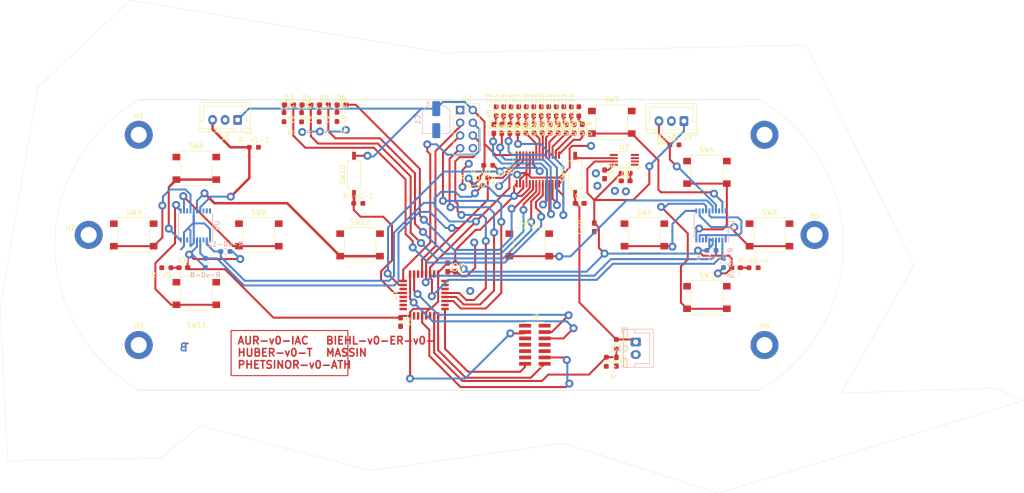
<source format=kicad_pcb>
(kicad_pcb (version 20221018) (generator pcbnew)
  (layers (0 "F.Cu" signal) (31 "B.Cu" signal) (34 "B.Paste" user) (35 "F.Paste" user) (36 "B.SilkS" user "B.Silkscreen") (37 "F.SilkS" user "F.Silkscreen") (38 "B.Mask" user) (39 "F.Mask" user) (44 "Edge.Cuts" user))
  (net 0 "")
  (net 1 "Glob_Alim-v0-")
  (net 2 "GND-v0-")
  (net 3 "POWER-v0-_CHECK-v0-")
  (net 4 "L-v0-i-ion-v0-")
  (net 5 "Net-(C7-Pad1)-v0-")
  (net 6 "Net-(C8-Pad1)-v0-")
  (net 7 "Net-(U3-BP)-v0-")
  (net 8 "Net-(D2-A)-v0-")
  (net 9 "Net-(D3-K)-v0-")
  (net 10 "Net-(D3-A)-v0-")
  (net 11 "Net-(D4-K)-v0-")
  (net 12 "Net-(D4-A)-v0-")
  (net 13 "Net-(D5-K)-v0-")
  (net 14 "Net-(D5-A)-v0-")
  (net 15 "Net-(D6-K)-v0-")
  (net 16 "Net-(D6-A)-v0-")
  (net 17 "Net-(D7-K)-v0-")
  (net 18 "Net-(D7-A)-v0-")
  (net 19 "Net-(D8-K)-v0-")
  (net 20 "Net-(D8-A)-v0-")
  (net 21 "Net-(D9-K)-v0-")
  (net 22 "Net-(D9-A)-v0-")
  (net 23 "Net-(D10-K)-v0-")
  (net 24 "Net-(D10-A)-v0-")
  (net 25 "Net-(D11-K)-v0-")
  (net 26 "Net-(D11-A)-v0-")
  (net 27 "Net-(D12-K)-v0-")
  (net 28 "Net-(D12-A)-v0-")
  (net 29 "Net-(D13-K)-v0-")
  (net 30 "Net-(D13-A)-v0-")
  (net 31 "Net-(D14-K)-v0-")
  (net 32 "Net-(D14-A)-v0-")
  (net 33 "Net-(D15-K)-v0-")
  (net 34 "Net-(D15-A)-v0-")
  (net 35 "Net-(D16-K)-v0-")
  (net 36 "Net-(D16-A)-v0-")
  (net 37 "Net-(D17-K)-v0-")
  (net 38 "Net-(D17-A)-v0-")
  (net 39 "Net-(D18-K)-v0-")
  (net 40 "Net-(D18-A)-v0-")
  (net 43 "SWDIO-v0-")
  (net 44 "SWDCK-v0-")
  (net 48 "R-v0-eset_Buton -v0-")
  (net 49 "USAR-v0-T2_R-v0-X-v0-")
  (net 50 "USAR-v0-T2_TX-v0-")
  (net 51 "R-v0-")
  (net 52 "L-v0-")
  (net 53 "NES{slash}SNES_switcher-v0-")
  (net 54 "DIO{slash}EX_CL-v0-K")
  (net 55 "DIO{slash}EX_SDA-v0-")
  (net 56 "DIODE_OE-v0-")
  (net 57 "Net-(#FL-v0-G05-pwr)")
  (net 58 "A_Button-v0-")
  (net 59 "B_Button-v0-")
  (net 60 "X_Button-v0-")
  (net 61 "Y_Button-v0-")
  (net 62 "UC_Button-v0-")
  (net 63 "Order_Search-v0-")
  (net 64 "L-v0-C_Button")
  (net 65 "R-v0-C_Button")
  (net 66 "DC_Button-v0-")
  (net 67 "ST_Button-v0-")
  (net 68 "SE_Button-v0-")
  (net 73 "Pin_Clock-v0-")
  (net 74 "Digital_Out_Put-v0-")
  (net 75 "MOSI-v0-")
  (net 79 "R-v0-X{slash}TX")
  (net 81 "CSN_nR-v0-F24")
  (footprint "Button_Switch_SMD:SW_SPST_B3S-1000" (layer "F.Cu") (at 40.188793 34.58618)
    (fp_text reference "SW6")
    (fp_text value "SW_Push")
  )
  (footprint "L-v0-ED_SMD:L-v0-ED_0603_1608Metric_Pad1.05x0.95mm_HandSolder" (layer "F.Cu") (at 114.063793 26.68618 -90)
    (fp_text reference "D16")
    (fp_text value "R-v0-2")
  )
  (footprint "MountingHole:MountingHole_3.2mm_M3_DIN965_Pad" (layer "F.Cu") (at 28.688793 27.88618)
    (fp_text reference "H1")
    (fp_text value "MountingHole_Pad")
  )
  (footprint "R-v0-esistor_SMD:R-v0-_0603_1608Metric_Pad0.98x0.95mm_HandSolder" (layer "F.Cu") (at 106.088793 23.19868 90)
    (fp_text reference "R-v0-27")
    (fp_text value "1K")
  )
  (footprint "R-v0-esistor_SMD:R-v0-_0603_1608Metric_Pad0.98x0.95mm_HandSolder" (layer "F.Cu") (at 135.688793 29.88618)
    (fp_text reference "R-v0-13")
    (fp_text value "1K")
  )
  (footprint "R-v0-esistor_SMD:R-v0-_0603_1608Metric_Pad0.98x0.95mm_HandSolder" (layer "F.Cu") (at 124.088793 69.68618 -90)
    (fp_text reference "R-v0-9")
    (fp_text value "1M")
  )
  (footprint "MountingHole:MountingHole_3.2mm_M3_DIN965_Pad" (layer "F.Cu") (at 18.688793 47.88618)
    (fp_text reference "H2")
    (fp_text value "MountingHole_Pad")
  )
  (footprint "L-v0-ED_SMD:L-v0-ED_0603_1608Metric_Pad1.05x0.95mm_HandSolder" (layer "F.Cu") (at 117.288793 26.68618 -90)
    (fp_text reference "D18")
    (fp_text value "R-v0-4")
  )
  (footprint "Capacitor_SMD:C_0603_1608Metric_Pad1.08x0.95mm_HandSolder" (layer "F.Cu") (at 116.783793 41.58618)
    (fp_text reference "C4")
    (fp_text value "1u")
  )
  (footprint "Button_Switch_SMD:SW_SPST_B3S-1000" (layer "F.Cu") (at 40.188793 59.58618)
    (fp_text reference "SW11")
    (fp_text value "SW_Push")
  )
  (footprint "L-v0-ED_SMD:L-v0-ED_0603_1608Metric_Pad1.05x0.95mm_HandSolder" (layer "F.Cu") (at 110.863793 26.68618 -90)
    (fp_text reference "D14")
    (fp_text value "O4")
  )
  (footprint "R-v0-esistor_SMD:R-v0-_0603_1608Metric_Pad0.98x0.95mm_HandSolder" (layer "F.Cu") (at 51.688793 30.38618)
    (fp_text reference "R-v0-2")
    (fp_text value "1K")
  )
  (footprint "Button_Switch_SMD:SW_SPST_B3S-1000" (layer "F.Cu") (at 72.898793 49.88618)
    (fp_text reference "SW12")
    (fp_text value "SW_Push")
  )
  (footprint "L-v0-ED_SMD:L-v0-ED_0603_1608Metric_Pad1.05x0.95mm_HandSolder" (layer "F.Cu") (at 102.813793 26.71118 -90)
    (fp_text reference "D9")
    (fp_text value "G7")
  )
  (footprint "R-v0-esistor_SMD:R-v0-_0603_1608Metric_Pad0.98x0.95mm_HandSolder" (layer "F.Cu") (at 64.738793 24.36118 -90)
    (fp_text reference "R-v0-21")
    (fp_text value "1K")
  )
  (footprint "Connector_JST:JST_XH_B3B-XH-A_1x03_P2.50mm_Vertical" (layer "F.Cu") (at 137.592793 25.14818 180)
    (fp_text reference "J4")
    (fp_text value "Conn_01x03")
  )
  (footprint "MountingHole:MountingHole_3.2mm_M3_DIN965_Pad" (layer "F.Cu") (at 153.688793 27.88618)
    (fp_text reference "H4")
    (fp_text value "MountingHole_Pad")
  )
  (footprint "R-v0-esistor_SMD:R-v0-_0603_1608Metric_Pad0.98x0.95mm_HandSolder" (layer "F.Cu") (at 100.088793 23.19868 90)
    (fp_text reference "R-v0-23")
    (fp_text value "1K")
  )
  (footprint "R-v0-esistor_SMD:R-v0-_0603_1608Metric_Pad0.98x0.95mm_HandSolder" (layer "F.Cu") (at 96.498793 37.98618)
    (fp_text reference "R-v0-14")
    (fp_text value "10K")
  )
  (footprint "Connector_PinHeader_2.54mm:PinHeader_2x04_P2.54mm_Vertical" (layer "F.Cu") (at 92.888793 22.94618)
    (fp_text reference "U2")
    (fp_text value "nR-v0-F24_Full")
  )
  (footprint "R-v0-esistor_SMD:R-v0-_0603_1608Metric_Pad0.98x0.95mm_HandSolder" (layer "F.Cu") (at 68.288793 24.31118 -90)
    (fp_text reference "R-v0-22")
    (fp_text value "1K")
  )
  (footprint "Capacitor_SMD:C_0603_1608Metric_Pad1.08x0.95mm_HandSolder" (layer "F.Cu") (at 124.088793 73.22368 -90)
    (fp_text reference "C2")
    (fp_text value "1nF")
  )
  (footprint "R-v0-esistor_SMD:R-v0-_0603_1608Metric_Pad0.98x0.95mm_HandSolder" (layer "F.Cu") (at 113.588793 23.19868 90)
    (fp_text reference "R-v0-32")
    (fp_text value "1K")
  )
  (footprint "Connector_PinHeader_1.27mm:PinHeader_2x07_P1.27mm_Vertical_SMD" (layer "F.Cu") (at 107.813793 69.82618)
    (fp_text reference "J2")
    (fp_text value "Conn_02x07_Odd_Even")
  )
  (footprint "R-v0-esistor_SMD:R-v0-_0603_1608Metric_Pad0.98x0.95mm_HandSolder" (layer "F.Cu") (at 101.588793 23.19868 90)
    (fp_text reference "R-v0-24")
    (fp_text value "1K")
  )
  (footprint "Capacitor_SMD:C_0603_1608Metric_Pad1.08x0.95mm_HandSolder" (layer "F.Cu") (at 121.738793 35.78618 -90)
    (fp_text reference "C9")
    (fp_text value "470p")
  )
  (footprint "Capacitor_SMD:C_0603_1608Metric_Pad1.08x0.95mm_HandSolder" (layer "F.Cu") (at 90.388793 54.35818 -90)
    (fp_text reference "C3")
    (fp_text value "100n")
  )
  (footprint "R-v0-esistor_SMD:R-v0-_0603_1608Metric_Pad0.98x0.95mm_HandSolder" (layer "F.Cu") (at 98.498793 33.98618 180)
    (fp_text reference "R-v0-16")
    (fp_text value "10K")
  )
  (footprint "R-v0-esistor_SMD:R-v0-_0603_1608Metric_Pad0.98x0.95mm_HandSolder" (layer "F.Cu") (at 112.088793 23.19868 90)
    (fp_text reference "R-v0-31")
    (fp_text value "1K")
  )
  (footprint "R-v0-esistor_SMD:R-v0-_0603_1608Metric_Pad0.98x0.95mm_HandSolder" (layer "F.Cu") (at 97.498793 36.48618 180)
    (fp_text reference "R-v0-11")
    (fp_text value "10K")
  )
  (footprint "Button_Switch_SMD:SW_SPST_B3S-1000" (layer "F.Cu") (at 142.188793 35.38618)
    (fp_text reference "SW4")
    (fp_text value "SW_Push")
  )
  (footprint "L-v0-ED_SMD:L-v0-ED_0603_1608Metric_Pad1.05x0.95mm_HandSolder" (layer "F.Cu") (at 125.948793 37.08618)
    (fp_text reference "D2")
    (fp_text value "L-v0-ED_Small")
  )
  (footprint "L-v0-ED_SMD:L-v0-ED_0603_1608Metric_Pad1.05x0.95mm_HandSolder" (layer "F.Cu") (at 99.613793 26.71118 -90)
    (fp_text reference "D7")
    (fp_text value "G5")
  )
  (footprint "Button_Switch_SMD:SW_SPST_B3S-1000" (layer "F.Cu") (at 106.688793 49.88618)
    (fp_text reference "SW13")
    (fp_text value "SW_Push")
  )
  (footprint "R-v0-esistor_SMD:R-v0-_0603_1608Metric_Pad0.98x0.95mm_HandSolder" (layer "F.Cu") (at 103.058793 23.19868 90)
    (fp_text reference "R-v0-25")
    (fp_text value "1K")
  )
  (footprint "Capacitor_SMD:C_0603_1608Metric_Pad1.08x0.95mm_HandSolder" (layer "F.Cu") (at 80.990793 65.28018 -90)
    (fp_text reference "C5")
    (fp_text value "100n")
  )
  (footprint "Button_Switch_SMD:SW_SPST_B3S-1000" (layer "F.Cu") (at 123.188793 25.38618)
    (fp_text reference "SW7")
    (fp_text value "SW_SPST")
  )
  (footprint "Capacitor_SMD:C_0603_1608Metric_Pad1.08x0.95mm_HandSolder" (layer "F.Cu") (at 37.596769 54.43618)
    (fp_text reference "C8")
    (fp_text value "100nF")
  )
  (footprint "L-v0-ED_SMD:L-v0-ED_0603_1608Metric_Pad1.05x0.95mm_HandSolder" (layer "F.Cu") (at 101.212793 26.71118 -90)
    (fp_text reference "D8")
    (fp_text value "G6")
  )
  (footprint "R-v0-esistor_SMD:R-v0-_0603_1608Metric_Pad0.98x0.95mm_HandSolder" (layer "F.Cu") (at 115.088793 23.19868 90)
    (fp_text reference "R-v0-33")
    (fp_text value "1K")
  )
  (footprint "L-v0-ED_SMD:L-v0-ED_0603_1608Metric_Pad1.05x0.95mm_HandSolder" (layer "F.Cu") (at 65.688793 21.88618)
    (fp_text reference "D5")
    (fp_text value "G3")
  )
  (footprint "R-v0-esistor_SMD:R-v0-_0603_1608Metric_Pad0.98x0.95mm_HandSolder" (layer "F.Cu") (at 109.088793 23.19868 90)
    (fp_text reference "R-v0-29")
    (fp_text value "1K")
  )
  (footprint "Package_SO:TSSOP-28_4.4x9.7mm_P0.65mm" (layer "F.Cu") (at 108.422793 34.80018 90)
    (fp_text reference "U4")
    (fp_text value "PCA9685PW")
  )
  (footprint "Button_Switch_SMD:SW_DIP_SPSTx01_Slide_Copal_CHS-01B_W7.62mm_P1.27mm" (layer "F.Cu") (at 115.858793 35.88618 90)
    (fp_text reference "SW1")
    (fp_text value "SW_DIP_x01")
  )
  (footprint "MountingHole:MountingHole_3.2mm_M3_DIN965_Pad" (layer "F.Cu") (at 163.688793 47.88618)
    (fp_text reference "H5")
    (fp_text value "MountingHole_Pad")
  )
  (footprint "L-v0-ED_SMD:L-v0-ED_0603_1608Metric_Pad1.05x0.95mm_HandSolder" (layer "F.Cu") (at 62.188793 21.88618)
    (fp_text reference "D4")
    (fp_text value "G2")
  )
  (footprint "L-v0-ED_SMD:L-v0-ED_0603_1608Metric_Pad1.05x0.95mm_HandSolder" (layer "F.Cu") (at 115.663793 26.68618 -90)
    (fp_text reference "D17")
    (fp_text value "R-v0-3")
  )
  (footprint "R-v0-esistor_SMD:R-v0-_0603_1608Metric_Pad0.98x0.95mm_HandSolder" (layer "F.Cu") (at 61.213793 24.38618 -90)
    (fp_text reference "R-v0-20")
    (fp_text value "1K")
  )
  (footprint "Package_SO:MSOP-8_3x3mm_P0.65mm" (layer "F.Cu") (at 125.688793 32.88618)
    (fp_text reference "U3")
    (fp_text value "MIC5219-3.3YMM")
  )
  (footprint "R-v0-esistor_SMD:R-v0-_0603_1608Metric_Pad0.98x0.95mm_HandSolder" (layer "F.Cu") (at 104.588793 23.19868 90)
    (fp_text reference "R-v0-26")
    (fp_text value "1K")
  )
  (footprint "R-v0-esistor_SMD:R-v0-_0603_1608Metric_Pad0.98x0.95mm_HandSolder" (layer "F.Cu") (at 116.588793 23.19868 90)
    (fp_text reference "R-v0-34")
    (fp_text value "1K")
  )
  (footprint "R-v0-esistor_SMD:R-v0-_0603_1608Metric_Pad0.98x0.95mm_HandSolder" (layer "F.Cu") (at 34.196769 54.43618 180)
    (fp_text reference "R-v0-7")
    (fp_text value "1k")
  )
  (footprint "Capacitor_SMD:C_0603_1608Metric_Pad1.08x0.95mm_HandSolder" (layer "F.Cu") (at 148.000817 54.43618 180)
    (fp_text reference "C7")
    (fp_text value "100nF")
  )
  (footprint "MountingHole:MountingHole_3.2mm_M3_DIN965_Pad" (layer "F.Cu") (at 153.688793 69.88618)
    (fp_text reference "H6")
    (fp_text value "MountingHole_Pad")
  )
  (footprint "L-v0-ED_SMD:L-v0-ED_0603_1608Metric_Pad1.05x0.95mm_HandSolder" (layer "F.Cu") (at 112.463793 26.68618 -90)
    (fp_text reference "D15")
    (fp_text value "R-v0-1")
  )
  (footprint "Button_Switch_SMD:SW_SPST_B3S-1000" (layer "F.Cu") (at 129.688793 47.88618)
    (fp_text reference "SW5")
    (fp_text value "SW_Push")
  )
  (footprint "L-v0-ED_SMD:L-v0-ED_0603_1608Metric_Pad1.05x0.95mm_HandSolder" (layer "F.Cu") (at 69.188793 21.88618)
    (fp_text reference "D6")
    (fp_text value "G4")
  )
  (footprint "L-v0-ED_SMD:L-v0-ED_0603_1608Metric_Pad1.05x0.95mm_HandSolder" (layer "F.Cu") (at 106.013793 26.71118 -90)
    (fp_text reference "D11")
    (fp_text value "O1")
  )
  (footprint "Button_Switch_SMD:SW_SPST_B3S-1000" (layer "F.Cu") (at 154.688793 47.88618)
    (fp_text reference "SW2")
    (fp_text value "SW_Push")
  )
  (footprint "Capacitor_SMD:C_0603_1608Metric_Pad1.08x0.95mm_HandSolder" (layer "F.Cu") (at 91.912793 54.35818 -90)
    (fp_text reference "C6")
    (fp_text value "10u")
  )
  (footprint "L-v0-ED_SMD:L-v0-ED_0603_1608Metric_Pad1.05x0.95mm_HandSolder" (layer "F.Cu") (at 109.263793 26.68618 -90)
    (fp_text reference "D13")
    (fp_text value "O3")
  )
  (footprint "R-v0-esistor_SMD:R-v0-_0603_1608Metric_Pad0.98x0.95mm_HandSolder" (layer "F.Cu") (at 151.500817 54.43618)
    (fp_text reference "R-v0-4")
    (fp_text value "1k")
  )
  (footprint "Button_Switch_SMD:SW_SPST_B3S-1000" (layer "F.Cu") (at 52.688793 47.88618)
    (fp_text reference "SW8")
    (fp_text value "SW_Push")
  )
  (footprint "Capacitor_SMD:C_0603_1608Metric_Pad1.08x0.95mm_HandSolder" (layer "F.Cu") (at 119.683793 46.36868 -90)
    (fp_text reference "C10")
    (fp_text value "100nF")
  )
  (footprint "MountingHole:MountingHole_3.2mm_M3_DIN965_Pad" (layer "F.Cu") (at 28.688793 69.88618)
    (fp_text reference "H3")
    (fp_text value "MountingHole_Pad")
  )
  (footprint "R-v0-esistor_SMD:R-v0-_0603_1608Metric_Pad0.98x0.95mm_HandSolder" (layer "F.Cu") (at 122.088793 73.22368 -90)
    (fp_text reference "R-v0-10")
    (fp_text value "1M")
  )
  (footprint "Button_Switch_SMD:SW_DIP_SPSTx01_Slide_Copal_CHS-01B_W7.62mm_P1.27mm" (layer "F.Cu") (at 71.688793 35.88618 90)
    (fp_text reference "SW10")
    (fp_text value "SW_DIP_x01")
  )
  (footprint "R-v0-esistor_SMD:R-v0-_0603_1608Metric_Pad0.98x0.95mm_HandSolder" (layer "F.Cu") (at 72.538793 41.58618)
    (fp_text reference "R-v0-1")
    (fp_text value "1K")
  )
  (footprint "Button_Switch_SMD:SW_SPST_B3S-1000" (layer "F.Cu") (at 142.188793 60.38618)
    (fp_text reference "SW3")
    (fp_text value "SW_Push")
  )
  (footprint "R-v0-esistor_SMD:R-v0-_0603_1608Metric_Pad0.98x0.95mm_HandSolder" (layer "F.Cu") (at 107.588793 23.19868 90)
    (fp_text reference "R-v0-28")
    (fp_text value "1K")
  )
  (footprint "L-v0-ED_SMD:L-v0-ED_0603_1608Metric_Pad1.05x0.95mm_HandSolder" (layer "F.Cu") (at 58.688793 21.88618)
    (fp_text reference "D3")
    (fp_text value "G1")
  )
  (footprint "R-v0-esistor_SMD:R-v0-_0603_1608Metric_Pad0.98x0.95mm_HandSolder" (layer "F.Cu") (at 57.713793 24.36118 -90)
    (fp_text reference "R-v0-18")
    (fp_text value "1K")
  )
  (footprint "Connector_JST:JST_XH_B3B-XH-A_1x03_P2.50mm_Vertical" (layer "F.Cu") (at 48.438793 24.91118 180)
    (fp_text reference "J3")
    (fp_text value "Conn_01x03")
  )
  (footprint "Button_Switch_SMD:SW_SPST_B3S-1000" (layer "F.Cu") (at 27.688793 47.88618)
    (fp_text reference "SW9")
    (fp_text value "SW_Push")
  )
  (footprint "Package_QFP:L-v0-QFP-32_7x7mm_P0.8mm" (layer "F.Cu") (at 85.688793 59.88618 90)
    (fp_text reference "U1")
    (fp_text value "STM32L-v0-412KBTx")
  )
  (footprint "L-v0-ED_SMD:L-v0-ED_0603_1608Metric_Pad1.05x0.95mm_HandSolder" (layer "F.Cu") (at 107.648793 26.69868 -90)
    (fp_text reference "D12")
    (fp_text value "O2")
  )
  (footprint "R-v0-esistor_SMD:R-v0-_0603_1608Metric_Pad0.98x0.95mm_HandSolder" (layer "F.Cu") (at 125.948793 35.56218)
    (fp_text reference "R-v0-3")
    (fp_text value "1K")
  )
  (footprint "L-v0-ED_SMD:L-v0-ED_0603_1608Metric_Pad1.05x0.95mm_HandSolder" (layer "F.Cu") (at 104.413793 26.71118 -90)
    (fp_text reference "D10")
    (fp_text value "G8")
  )
  (footprint "R-v0-esistor_SMD:R-v0-_0603_1608Metric_Pad0.98x0.95mm_HandSolder" (layer "F.Cu") (at 110.588793 23.19868 90)
    (fp_text reference "R-v0-30")
    (fp_text value "1K")
  )
  (footprint "R-v0-esistor_SMD:R-v0-_0603_1608Metric_Pad0.98x0.95mm_HandSolder" (layer "B.Cu") (at 45.998793 51.18618 180)
    (fp_text reference "R-v0-12")
    (fp_text value "10K")
  )
  (footprint "Connector_JST:JST_XH_B2B-XH-A_1x02_P2.50mm_Vertical" (layer "B.Cu") (at 127.963793 69.28618 -90)
    (fp_text reference "J1")
    (fp_text value "Conn_01x02")
  )
  (footprint "R-v0-esistor_SMD:R-v0-_0603_1608Metric_Pad0.98x0.95mm_HandSolder" (layer "B.Cu") (at 145.498793 53.48618 90)
    (fp_text reference "R-v0-5")
    (fp_text value "10K")
  )
  (footprint "Package_SO:SSOP-20_4.4x6.5mm_P0.65mm" (layer "B.Cu") (at 142.998793 45.98618 90)
    (fp_text reference "U6")
    (fp_text value "PCF8574TS")
  )
  (footprint "R-v0-esistor_SMD:R-v0-_0603_1608Metric_Pad0.98x0.95mm_HandSolder" (layer "B.Cu") (at 143.098793 50.98618)
    (fp_text reference "R-v0-6")
    (fp_text value "10K")
  )
  (footprint "Capacitor_SMD:CP_Elec_5x5.4" (layer "B.Cu") (at 88.118793 24.85618 -90)
    (fp_text reference "C1")
    (fp_text value "22uF")
  )
  (footprint "R-v0-esistor_SMD:R-v0-_0603_1608Metric_Pad0.98x0.95mm_HandSolder" (layer "B.Cu") (at 41.998793 53.48618 90)
    (fp_text reference "R-v0-8")
    (fp_text value "10K")
  )
  (footprint "Package_SO:SSOP-20_4.4x6.5mm_P0.65mm" (layer "B.Cu") (at 39.998793 45.98618 90)
    (fp_text reference "U5")
    (fp_text value "PCF8574TS")
  )
  (gr_line (start 161.998793 9.98618) (end 89.498793 11.48618) (stroke (width 0.05)) (layer "Edge.Cuts"))
  (gr_line (start 199.998793 78.48618) (end 168.998793 79.48618) (stroke (width 0.05)) (layer "Edge.Cuts"))
  (gr_line (start 205.498793 80.98618) (end 199.998793 78.48618) (stroke (width 0.05)) (layer "Edge.Cuts"))
  (gr_line (start 89.498793 11.48618) (end 26.998793 0.98618) (stroke (width 0.05)) (layer "Edge.Cuts"))
  (gr_line (start 8.498793 18.48618) (end 0.998793 62.48618) (stroke (width 0.05)) (layer "Edge.Cuts"))
  (gr_arc (start 152.688793 20.88618) (mid 169.43195 49.88618) (end 152.688793 78.88618) (stroke (width 0.05)) (layer "Edge.Cuts"))
  (gr_line (start 74.998793 94.98618) (end 113.498793 89.48618) (stroke (width 0.05)) (layer "Edge.Cuts"))
  (gr_line (start 40.998793 85.98618) (end 74.998793 94.98618) (stroke (width 0.05)) (layer "Edge.Cuts"))
  (gr_line (start 28.688793 78.88618) (end 152.688793 78.88618) (stroke (width 0.1)) (layer "Edge.Cuts"))
  (gr_line (start 2.498793 92.98618) (end 32.998793 92.48618) (stroke (width 0.05)) (layer "Edge.Cuts"))
  (gr_line (start 26.998793 0.98618) (end 8.498793 18.48618) (stroke (width 0.05)) (layer "Edge.Cuts"))
  (gr_line (start 168.998793 79.48618) (end 183.498793 53.98618) (stroke (width 0.05)) (layer "Edge.Cuts"))
  (gr_line (start 28.688793 20.88618) (end 152.688793 20.88618) (stroke (width 0.1)) (layer "Edge.Cuts"))
  (gr_line (start 183.498793 53.98618) (end 161.998793 9.98618) (stroke (width 0.05)) (layer "Edge.Cuts"))
  (gr_line (start 0.998793 62.48618) (end 2.498793 92.98618) (stroke (width 0.05)) (layer "Edge.Cuts"))
  (gr_line (start 113.498793 89.48618) (end 144.498793 99.48618) (stroke (width 0.05)) (layer "Edge.Cuts"))
  (gr_line (start 32.998793 92.48618) (end 40.998793 85.98618) (stroke (width 0.05)) (layer "Edge.Cuts"))
  (gr_line (start 144.498793 99.48618) (end 205.498793 80.98618) (stroke (width 0.05)) (layer "Edge.Cuts"))
  (gr_arc (start 28.688793 78.88618) (mid 11.945636 49.88618) (end 28.688793 20.88618) (stroke (width 0.05)) (layer "Edge.Cuts"))
  (gr_text "T" (at 37.318793 71.26618) (layer "F.Cu") (effects (font (size 1.5 1.5) (thickness 0.3) bold) (justify left bottom)))
  (gr_text "B" (at 38.598793 71.19618) (layer "B.Cu") (effects (font (size 1.5 1.5) (thickness 0.3) bold) (justify left bottom mirror)))
  (gr_text_box "AUR-v0-IAC	BIEHL-v0-ER-v0-\nHUBER-v0-T	MASSIN\nPHETSINOR-v0-ATH\n" (start 47.138793 66.98618) (end 70.458793 75.99618) (layer "F.Cu") (effects (font (size 1.5 1.5) (thickness 0.3) bold) (justify left top)) (stroke (width 0.2)))
  (segment (start 103.658793 40.08618) (end 103.658793 38.20168) (width 0.4) (layer "F.Cu") (net 1))
  (segment (start 105.593793 67.55618) (end 105.863793 67.28618) (width 0.4) (layer "F.Cu") (net 1))
  (segment (start 146.588793 52.03618) (end 147.138317 52.585704) (width 0.4) (layer "F.Cu") (net 1))
  (segment (start 127.470293 40.91468) (end 130.678793 37.70618) (width 0.4) (layer "F.Cu") (net 1))
  (segment (start 104.197793 31.93768) (end 100.010293 31.93768) (width 0.4) (layer "F.Cu") (net 1))
  (segment (start 118.298793 34.68618) (end 119.773793 33.21118) (width 0.4) (layer "F.Cu") (net 1))
  (segment (start 92.428293 53.49568) (end 93.598793 54.66618) (width 0.4) (layer "F.Cu") (net 1))
  (segment (start 38.459269 54.43618) (end 38.459269 52.095704) (width 0.4) (layer "F.Cu") (net 1))
  (segment (start 146.008317 55.56618) (end 147.138317 54.43618) (width 0.4) (layer "F.Cu") (net 1))
  (segment (start 103.658793 40.08618) (end 105.23961 40.08618) (width 0.4) (layer "F.Cu") (net 1))
  (segment (start 130.678793 37.70618) (end 130.678793 34.16618) (width 0.4) (layer "F.Cu") (net 1))
  (segment (start 119.683793 40.91468) (end 127.470293 40.91468) (width 0.4) (layer "F.Cu") (net 1))
  (segment (start 88.488793 55.39568) (end 88.488793 55.71118) (width 0.4) (layer "F.Cu") (net 1))
  (segment (start 86.75062 62.63618) (end 86.088793 63.298007) (width 0.4) (layer "F.Cu") (net 1))
  (segment (start 120.608793 48.77618) (end 120.608793 50.48618) (width 0.4) (layer "F.Cu") (net 1))
  (segment (start 97.758793 33.81368) (end 97.586293 33.98618) (width 0.4) (layer "F.Cu") (net 1))
  (segment (start 82.888793 64.06118) (end 82.888793 63.298007) (width 0.4) (layer "F.Cu") (net 1))
  (segment (start 55.590293 64.41768) (end 45.908793 54.73618) (width 0.4) (layer "F.Cu") (net 1))
  (segment (start 141.408793 52.03618) (end 146.588793 52.03618) (width 0.4) (layer "F.Cu") (net 1))
  (segment (start 90.388793 53.49568) (end 88.488793 55.39568) (width 0.4) (layer "F.Cu") (net 1))
  (segment (start 144.378793 55.56618) (end 146.008317 55.56618) (width 0.4) (layer "F.Cu") (net 1))
  (segment (start 140.398793 51.02618) (end 141.408793 52.03618) (width 0.4) (layer "F.Cu") (net 1))
  (segment (start 95.586293 37.98618) (end 94.608293 37.00818) (width 0.4) (layer "F.Cu") (net 1))
  (segment (start 94.608293 37.00818) (end 94.608293 36.621984) (width 0.4) (layer "F.Cu") (net 1))
  (segment (start 119.683793 40.91468) (end 118.298793 39.52968) (width 0.4) (layer "F.Cu") (net 1))
  (segment (start 82.888793 64.06118) (end 82.888793 70.80618) (width 0.4) (layer "F.Cu") (net 1))
  (segment (start 97.758793 29.68618) (end 97.758793 33.81368) (width 0.4) (layer "F.Cu") (net 1))
  (segment (start 100.010293 31.93768) (end 97.758793 29.68618) (width 0.4) (layer "F.Cu") (net 1))
  (segment (start 106.797793 38.527997) (end 106.797793 37.66268) (width 0.4) (layer "F.Cu") (net 1))
  (segment (start 82.888793 64.06118) (end 81.347293 64.06118) (width 0.4) (layer "F.Cu") (net 1))
  (segment (start 86.088793 63.298007) (end 86.088793 64.06118) (width 0.4) (layer "F.Cu") (net 1))
  (segment (start 97.758793 29.68618) (end 97.758793 27.10618) (width 0.4) (layer "F.Cu") (net 1))
  (segment (start 119.683793 45.50618) (end 119.683793 40.91468) (width 0.4) (layer "F.Cu") (net 1))
  (segment (start 74.398293 32.07618) (end 74.398793 32.07568) (width 0.4) (layer "F.Cu") (net 1))
  (segment (start 38.758793 51.80618) (end 38.758793 51.79618) (width 0.4) (layer "F.Cu") (net 1))
  (segment (start 96.586293 36.48618) (end 96.586293 36.98618) (width 0.4) (layer "F.Cu") (net 1))
  (segment (start 96.883793 46.86118) (end 103.658793 40.08618) (width 0.4) (layer "F.Cu") (net 1))
  (segment (start 71.688793 32.07618) (end 74.398293 32.07618) (width 0.4) (layer "F.Cu") (net 1))
  (segment (start 97.758793 25.27618) (end 97.758793 27.10618) (width 0.4) (layer "F.Cu") (net 1))
  (segment (start 80.990793 64.41768) (end 55.590293 64.41768) (width 0.4) (layer "F.Cu") (net 1))
  (segment (start 81.347293 64.06118) (end 80.990793 64.41768) (width 0.4) (layer "F.Cu") (net 1))
  (segment (start 38.759269 54.73618) (end 38.459269 54.43618) (width 0.4) (layer "F.Cu") (net 1))
  (segment (start 82.888793 70.80618) (end 82.888793 76.56618) (width 0.4) (layer "F.Cu") (net 1))
  (segment (start 119.683793 40.91468) (end 125.036293 35.56218) (width 0.4) (layer "F.Cu") (net 1))
  (segment (start 87.068793 62.63618) (end 86.75062 62.63618) (width 0.4) (layer "F.Cu") (net 1))
  (segment (start 96.586293 36.98618) (end 95.586293 37.98618) (width 0.4) (layer "F.Cu") (net 1))
  (segment (start 82.888793 63.298007) (end 83.55062 62.63618) (width 0.4) (layer "F.Cu") (net 1))
  (segment (start 120.608793 50.48618) (end 121.738793 51.61618) (width 0.4) (layer "F.Cu") (net 1))
  (segment (start 91.912793 53.49568) (end 92.428293 53.49568) (width 0.4) (layer "F.Cu") (net 1))
  (segment (start 39.658793 52.70618) (end 38.758793 51.80618) (width 0.4) (layer "F.Cu") (net 1))
  (segment (start 120.608793 46.43118) (end 120.608793 48.77618) (width 0.4) (layer "F.Cu") (net 1))
  (segment (start 105.497793 38.527997) (end 105.497793 37.66268) (width 0.4) (layer "F.Cu") (net 1))
  (segment (start 95.993793 46.86118) (end 96.883793 46.86118) (width 0.4) (layer "F.Cu") (net 1))
  (segment (start 91.912793 53.49568) (end 91.912793 50.94218) (width 0.4) (layer "F.Cu") (net 1))
  (segment (start 82.888793 76.56618) (end 82.878793 76.57618) (width 0.4) (layer "F.Cu") (net 1))
  (segment (start 102.908793 67.55618) (end 105.593793 67.55618) (width 0.4) (layer "F.Cu") (net 1))
  (segment (start 119.683793 45.50618) (end 120.608793 46.43118) (width 0.4) (layer "F.Cu") (net 1))
  (segment (start 88.488793 61.21618) (end 87.068793 62.63618) (width 0.4) (layer "F.Cu") (net 1))
  (segment (start 103.658793 40.08618) (end 103.93961 40.08618) (width 0.4) (layer "F.Cu") (net 1))
  (segment (start 91.912793 53.49568) (end 90.388793 53.49568) (width 0.4) (layer "F.Cu") (net 1))
  (segment (start 103.658793 38.20168) (end 104.197793 37.66268) (width 0.4) (layer "F.Cu") (net 1))
  (segment (start 48.948793 52.70618) (end 39.658793 52.70618) (width 0.4) (layer "F.Cu") (net 1))
  (segment (start 38.459269 52.095704) (end 38.758793 51.79618) (width 0.4) (layer "F.Cu") (net 1))
  (segment (start 45.908793 54.73618) (end 38.759269 54.73618) (width 0.4) (layer "F.Cu") (net 1))
  (segment (start 97.586293 35.48618) (end 96.586293 36.48618) (width 0.4) (layer "F.Cu") (net 1))
  (segment (start 83.55062 62.63618) (end 86.75062 62.63618) (width 0.4) (layer "F.Cu") (net 1))
  (segment (start 147.138317 52.585704) (end 147.138317 54.43618) (width 0.4) (layer "F.Cu") (net 1))
  (segment (start 95.428793 22.94618) (end 97.758793 25.27618) (width 0.4) (layer "F.Cu") (net 1))
  (segment (start 88.488793 55.71118) (end 88.488793 61.21618) (width 0.4) (layer "F.Cu") (net 1))
  (segment (start 119.773793 33.21118) (end 123.576293 33.21118) (width 0.4) (layer "F.Cu") (net 1))
  (segment (start 118.298793 39.52968) (end 118.298793 34.68618) (width 0.4) (layer "F.Cu") (net 1))
  (segment (start 91.912793 50.94218) (end 95.993793 46.86118) (width 0.4) (layer "F.Cu") (net 1))
  (segment (start 105.23961 40.08618) (end 106.797793 38.527997) (width 0.4) (layer "F.Cu") (net 1))
  (segment (start 103.93961 40.08618) (end 105.497793 38.527997) (width 0.4) (layer "F.Cu") (net 1))
  (segment (start 97.586293 33.98618) (end 97.586293 35.48618) (width 0.4) (layer "F.Cu") (net 1))
  (via (at 38.758793 51.79618) (size 1.6) (drill 0.8) (layers "F.Cu" "B.Cu") (net 1))
  (via (at 144.378793 55.56618) (size 1.6) (drill 0.8) (layers "F.Cu" "B.Cu") (net 1))
  (via (at 74.398793 32.07568) (size 1.6) (drill 0.8) (layers "F.Cu" "B.Cu") (net 1))
  (via (at 140.398793 51.02618) (size 1.6) (drill 0.8) (layers "F.Cu" "B.Cu") (net 1))
  (via (at 130.678793 34.16618) (size 1.6) (drill 0.8) (layers "F.Cu" "B.Cu") (net 1))
  (via (at 93.598793 54.66618) (size 1.6) (drill 0.8) (layers "F.Cu" "B.Cu") (net 1))
  (via (at 102.908793 67.55618) (size 1.6) (drill 0.8) (layers "F.Cu" "B.Cu") (net 1))
  (via (at 48.948793 52.70618) (size 1.6) (drill 0.8) (layers "F.Cu" "B.Cu") (net 1))
  (via (at 103.658793 40.08618) (size 1.6) (drill 0.8) (layers "F.Cu" "B.Cu") (net 1))
  (via (at 121.738793 51.61618) (size 1.6) (drill 0.8) (layers "F.Cu" "B.Cu") (net 1))
  (via (at 82.878793 76.57618) (size 1.6) (drill 0.8) (layers "F.Cu" "B.Cu") (net 1))
  (via (at 94.608293 36.621984) (size 1.6) (drill 0.8) (layers "F.Cu" "B.Cu") (net 1))
  (segment (start 88.118793 22.65618) (end 85.148793 22.65618) (width 0.4) (layer "B.Cu") (net 1))
  (segment (start 143.323793 48.88618) (end 142.673793 48.88618) (width 0.4) (layer "B.Cu") (net 1))
  (segment (start 143.323793 49.84868) (end 142.186293 50.98618) (width 0.4) (layer "B.Cu") (net 1))
  (segment (start 41.998793 54.39868) (end 39.396293 51.79618) (width 0.4) (layer "B.Cu") (net 1))
  (segment (start 75.568793 32.23618) (end 74.559293 32.23618) (width 0.4) (layer "B.Cu") (net 1))
  (segment (start 89.448793 21.32618) (end 88.118793 22.65618) (width 0.4) (layer "B.Cu") (net 1))
  (segment (start 85.148793 22.65618) (end 75.568793 32.23618) (width 0.4) (layer "B.Cu") (net 1))
  (segment (start 74.559293 32.23618) (end 74.398793 32.07568) (width 0.4) (layer "B.Cu") (net 1))
  (segment (start 144.378793 55.51868) (end 144.378793 55.56618) (width 0.4) (layer "B.Cu") (net 1))
  (segment (start 139.808793 51.61618) (end 140.398793 51.02618) (width 0.4) (layer "B.Cu") (net 1))
  (segment (start 145.498793 54.39868) (end 144.378793 55.51868) (width 0.4) (layer "B.Cu") (net 1))
  (segment (start 142.673793 48.88618) (end 142.673793 50.49868) (width 0.4) (layer "B.Cu") (net 1))
  (segment (start 130.678793 34.10618) (end 137.592793 27.19218) (width 0.4) (layer "B.Cu") (net 1))
  (segment (start 100.278793 40.08618) (end 98.368793 38.17618) (width 0.4) (layer "B.Cu") (net 1))
  (segment (start 137.592793 27.19218) (end 137.592793 25.14818) (width 0.4) (layer "B.Cu") (net 1))
  (segment (start 140.438793 50.98618) (end 140.398793 51.02618) (width 0.4) (layer "B.Cu") (net 1))
  (segment (start 93.808793 21.32618) (end 89.448793 21.32618) (width 0.4) (layer "B.Cu") (net 1))
  (segment (start 118.118793 55.23618) (end 94.168793 55.23618) (width 0.4) (layer "B.Cu") (net 1))
  (segment (start 95.428793 22.94618) (end 93.808793 21.32618) (width 0.4) (layer "B.Cu") (net 1))
  (segment (start 82.878793 76.57618) (end 93.888793 76.57618) (width 0.4) (layer "B.Cu") (net 1))
  (segment (start 40.323793 50.23118) (end 40.323793 48.88618) (width 0.4) (layer "B.Cu") (net 1))
  (segment (start 85.148793 22.65618) (end 50.693793 22.65618) (width 0.4) (layer "B.Cu") (net 1))
  (segment (start 96.162489 38.17618) (end 94.608293 36.621984) (width 0.4) (layer "B.Cu") (net 1))
  (segment (start 121.738793 51.61618) (end 139.808793 51.61618) (width 0.4) (layer "B.Cu") (net 1))
  (segment (start 142.673793 50.49868) (end 142.186293 50.98618) (width 0.4) (layer "B.Cu") (net 1))
  (segment (start 38.758793 51.79618) (end 40.323793 50.23118) (width 0.4) (layer "B.Cu") (net 1))
  (segment (start 50.693793 22.65618) (end 48.438793 24.91118) (width 0.4) (layer "B.Cu") (net 1))
  (segment (start 98.368793 38.17618) (end 96.162489 38.17618) (width 0.4) (layer "B.Cu") (net 1))
  (segment (start 93.888793 76.57618) (end 102.908793 67.55618) (width 0.4) (layer "B.Cu") (net 1))
  (segment (start 143.323793 48.88618) (end 143.323793 49.84868) (width 0.4) (layer "B.Cu") (net 1))
  (segment (start 47.428793 51.18618) (end 48.948793 52.70618) (width 0.4) (layer "B.Cu") (net 1))
  (segment (start 103.658793 40.08618) (end 100.278793 40.08618) (width 0.4) (layer "B.Cu") (net 1))
  (segment (start 130.678793 34.16618) (end 130.678793 34.10618) (width 0.4) (layer "B.Cu") (net 1))
  (segment (start 121.738793 51.61618) (end 118.118793 55.23618) (width 0.4) (layer "B.Cu") (net 1))
  (segment (start 94.168793 55.23618) (end 93.598793 54.66618) (width 0.4) (layer "B.Cu") (net 1))
  (segment (start 142.186293 50.98618) (end 140.438793 50.98618) (width 0.4) (layer "B.Cu") (net 1))
  (segment (start 39.396293 51.79618) (end 38.758793 51.79618) (width 0.4) (layer "B.Cu") (net 1))
  (segment (start 46.911293 51.18618) (end 47.428793 51.18618) (width 0.4) (layer "B.Cu") (net 1))
  (segment (start 115.248793 30.10618) (end 119.028793 30.10618) (width 0.4) (layer "F.Cu") (net 2))
  (segment (start 91.912793 55.22068) (end 90.388793 55.22068) (width 0.4) (layer "F.Cu") (net 2))
  (segment (start 106.797793 31.93768) (end 106.797793 33.43618) (width 0.4) (layer "F.Cu") (net 2))
  (segment (start 106.797793 35.68718) (end 106.548293 35.93668) (width 0.4) (layer "F.Cu") (net 2))
  (segment (start 95.888793 49.57618) (end 95.888793 54.43618) (width 0.4) (layer "F.Cu") (net 2))
  (segment (start 106.147793 35.53618) (end 106.548293 35.93668) (width 0.4) (layer "F.Cu") (net 2))
  (segment (start 114.758793 34.42618) (end 114.758793 30.59618) (width 0.4) (layer "F.Cu") (net 2))
  (segment (start 106.147793 35.497363) (end 104.847793 36.797363) (width 0.4) (layer "F.Cu") (net 2))
  (segment (start 106.548293 35.93668) (end 107.047793 36.43618) (width 0.4) (layer "F.Cu") (net 2))
  (segment (start 112.748793 36.43618) (end 114.758793 34.42618) (width 0.4) (layer "F.Cu") (net 2))
  (segment (start 104.588793 35.53618) (end 104.278793 35.84618) (width 0.4) (layer "F.Cu") (net 2))
  (segment (start 106.147793 35.53618) (end 106.147793 37.66268) (width 0.4) (layer "F.Cu") (net 2))
  (segment (start 106.147793 31.93768) (end 106.797793 31.93768) (width 0.4) (layer "F.Cu") (net 2))
  (segment (start 113.238793 36.43618) (end 113.238793 37.07168) (width 0.4) (layer "F.Cu") (net 2))
  (segment (start 113.238793 37.07168) (end 112.647793 37.66268) (width 0.4) (layer "F.Cu") (net 2))
  (segment (start 95.888793 54.43618) (end 94.168793 56.15618) (width 0.4) (layer "F.Cu") (net 2))
  (segment (start 104.847793 36.797363) (end 104.847793 37.66268) (width 0.4) (layer "F.Cu") (net 2))
  (segment (start 114.758793 30.59618) (end 115.248793 30.10618) (width 0.4) (layer "F.Cu") (net 2))
  (segment (start 106.147793 31.93768) (end 106.147793 34.08618) (width 0.4) (layer "F.Cu") (net 2))
  (segment (start 107.047793 36.43618) (end 112.748793 36.43618) (width 0.4) (layer "F.Cu") (net 2))
  (segment (start 106.147793 35.497363) (end 106.147793 35.53618) (width 0.4) (layer "F.Cu") (net 2))
  (segment (start 112.748793 36.43618) (end 113.238793 36.43618) (width 0.4) (layer "F.Cu") (net 2))
  (segment (start 92.213293 55.22068) (end 91.912793 55.22068) (width 0.4) (layer "F.Cu") (net 2))
  (segment (start 106.147793 35.53618) (end 104.588793 35.53618) (width 0.4) (layer "F.Cu") (net 2))
  (segment (start 94.168793 56.15618) (end 93.148793 56.15618) (width 0.4) (layer "F.Cu") (net 2))
  (segment (start 106.147793 34.08618) (end 106.147793 35.497363) (width 0.4) (layer "F.Cu") (net 2))
  (segment (start 93.358793 34.92618) (end 94.608793 33.67618) (width 0.4) (layer "F.Cu") (net 2))
  (segment (start 95.698793 49.38618) (end 95.888793 49.57618) (width 0.4) (layer "F.Cu") (net 2))
  (segment (start 106.797793 31.93768) (end 106.797793 35.68718) (width 0.4) (layer "F.Cu") (net 2))
  (segment (start 93.148793 56.15618) (end 92.213293 55.22068) (width 0.4) (layer "F.Cu") (net 2))
  (segment (start 106.797793 33.43618) (end 106.147793 34.08618) (width 0.4) (layer "F.Cu") (net 2))
  (segment (start 93.358793 38.31618) (end 93.358793 34.92618) (width 0.4) (layer "F.Cu") (net 2))
  (via (at 95.698793 49.38618) (size 1.6) (drill 0.8) (layers "F.Cu" "B.Cu") (net 2))
  (via (at 123.798793 39.08618) (size 1.6) (drill 0.8) (layers "F.Cu" "B.Cu") (net 2))
  (via (at 119.028793 30.10618) (size 1.6) (drill 0.8) (layers "F.Cu" "B.Cu") (net 2))
  (via (at 125.998793 39.18618) (size 1.6) (drill 0.8) (layers "F.Cu" "B.Cu") (net 2))
  (via (at 100.668793 38.12618) (size 1.6) (drill 0.8) (layers "F.Cu" "B.Cu") (net 2))
  (via (at 64.898793 27.23618) (size 1.6) (drill 0.8) (layers "F.Cu" "B.Cu") (net 2))
  (via (at 70.068793 26.92618) (size 1.6) (drill 0.8) (layers "F.Cu" "B.Cu") (net 2))
  (via (at 120.298793 38.08618) (size 1.6) (drill 0.8) (layers "F.Cu" "B.Cu") (net 2))
  (via (at 94.898793 59.08618) (size 1.6) (drill 0.8) (layers "F.Cu" "B.Cu") (net 2))
  (via (at 93.358793 38.31618) (size 1.6) (drill 0.8) (layers "F.Cu" "B.Cu") (net 2))
  (via (at 104.278793 35.84618) (size 1.6) (drill 0.8) (layers "F.Cu" "B.Cu") (net 2))
  (via (at 119.998793 35.58618) (size 1.6) (drill 0.8) (layers "F.Cu" "B.Cu") (net 2))
  (via (at 94.608793 33.67618) (size 1.6) (drill 0.8) (layers "F.Cu" "B.Cu") (net 2))
  (via (at 61.348793 27.32618) (size 1.6) (drill 0.8) (layers "F.Cu" "B.Cu") (net 2))
  (segment (start 39.673793 45.41118) (end 39.673793 44.03618) (width 0.4) (layer "B.Cu") (net 2))
  (segment (start 148.568793 47.93618) (end 146.028793 47.93618) (width 0.4) (layer "B.Cu") (net 2))
  (segment (start 142.118793 47.93618) (end 140.773793 47.93618) (width 0.4) (layer "B.Cu") (net 2))
  (segment (start 149.068793 45.08618) (end 149.068793 47.43618) (width 0.4) (layer "B.Cu") (net 2))
  (segment (start 39.023793 50.16118) (end 39.023793 48.88618) (width 0.4) (layer "B.Cu") (net 2))
  (segment (start 142.673793 43.98618) (end 143.073793 44.38618) (width 0.4) (layer "B.Cu") (net 2))
  (segment (start 39.023793 48.88618) (end 39.023793 47.01118) (width 0.4) (layer "B.Cu") (net 2))
  (segment (start 148.368793 44.38618) (end 149.068793 45.08618) (width 0.4) (layer "B.Cu") (net 2))
  (segment (start 64.898793 27.23618) (end 61.438793 27.23618) (width 0.4) (layer "B.Cu") (net 2))
  (segment (start 64.898793 27.23618) (end 69.758793 27.23618) (width 0.4) (layer "B.Cu") (net 2))
  (segment (start 142.023793 48.88618) (end 142.023793 48.03118) (width 0.4) (layer "B.Cu") (net 2))
  (segment (start 140.773793 47.93618) (end 140.723793 47.98618) (width 0.4) (layer "B.Cu") (net 2))
  (segment (start 39.673793 48.88618) (end 39.673793 49.51118) (width 0.4) (layer "B.Cu") (net 2))
  (segment (start 41.798793 45.58618) (end 42.923793 46.71118) (width 0.4) (layer "B.Cu") (net 2))
  (segment (start 37.723793 50.16118) (end 37.098793 50.78618) (width 0.4) (layer "B.Cu") (net 2))
  (segment (start 39.673793 44.03618) (end 39.673793 45.58618) (width 0.4) (layer "B.Cu") (net 2))
  (segment (start 39.023793 47.01118) (end 38.548793 46.53618) (width 0.4) (layer "B.Cu") (net 2))
  (segment (start 37.723793 48.88618) (end 37.723793 49.98618) (width 0.4) (layer "B.Cu") (net 2))
  (segment (start 39.673793 44.03618) (end 39.673793 43.426129) (width 0.4) (layer "B.Cu") (net 2))
  (segment (start 39.673793 48.88618) (end 39.673793 44.03618) (width 0.4) (layer "B.Cu") (net 2))
  (segment (start 145.923793 48.88618) (end 145.923793 48.04118) (width 0.4) (layer "B.Cu") (net 2))
  (segment (start 149.068793 47.43618) (end 148.568793 47.93618) (width 0.4) (layer "B.Cu") (net 2))
  (segment (start 61.438793 27.23618) (end 61.348793 27.32618) (width 0.4) (layer "B.Cu") (net 2))
  (segment (start 37.723793 48.88618) (end 37.723793 47.36118) (width 0.4) (layer "B.Cu") (net 2))
  (segment (start 42.923793 46.71118) (end 42.923793 48.88618) (width 0.4) (layer "B.Cu") (net 2))
  (segment (start 145.923793 48.04118) (end 146.028793 47.93618) (width 0.4) (layer "B.Cu") (net 2))
  (segment (start 142.673793 43.08618) (end 142.673793 43.98618) (width 0.4) (layer "B.Cu") (net 2))
  (segment (start 39.673793 49.51118) (end 39.023793 50.16118) (width 0.4) (layer "B.Cu") (net 2))
  (segment (start 102.948793 35.84618) (end 100.668793 38.12618) (width 0.4) (layer "B.Cu") (net 2))
  (segment (start 37.723793 47.36118) (end 38.548793 46.53618) (width 0.4) (layer "B.Cu") (net 2))
  (segment (start 140.723793 47.98618) (end 140.723793 48.88618) (width 0.4) (layer "B.Cu") (net 2))
  (segment (start 142.023793 48.03118) (end 142.118793 47.93618) (width 0.4) (layer "B.Cu") (net 2))
  (segment (start 69.758793 27.23618) (end 70.068793 26.92618) (width 0.4) (layer "B.Cu") (net 2))
  (segment (start 39.673793 45.58618) (end 41.798793 45.58618) (width 0.4) (layer "B.Cu") (net 2))
  (segment (start 38.548793 46.53618) (end 39.673793 45.41118) (width 0.4) (layer "B.Cu") (net 2))
  (segment (start 104.278793 35.84618) (end 102.948793 35.84618) (width 0.4) (layer "B.Cu") (net 2))
  (segment (start 146.028793 47.93618) (end 142.118793 47.93618) (width 0.4) (layer "B.Cu") (net 2))
  (segment (start 143.073793 44.38618) (end 148.368793 44.38618) (width 0.4) (layer "B.Cu") (net 2))
  (segment (start 93.328793 77.06618) (end 109.218793 77.06618) (width 0.4) (layer "F.Cu") (net 3))
  (segment (start 122.088793 72.31118) (end 124.038793 72.31118) (width 0.4) (layer "F.Cu") (net 3))
  (segment (start 124.088793 72.36118) (end 124.088793 70.59868) (width 0.4) (layer "F.Cu") (net 3))
  (segment (start 109.218793 77.06618) (end 110.498793 75.78618) (width 0.4) (layer "F.Cu") (net 3))
  (segment (start 87.688793 71.42618) (end 93.328793 77.06618) (width 0.4) (layer "F.Cu") (net 3))
  (segment (start 87.688793 64.06118) (end 87.688793 71.42618) (width 0.4) (layer "F.Cu") (net 3))
  (segment (start 110.498793 75.78618) (end 118.613793 75.78618) (width 0.4) (layer "F.Cu") (net 3))
  (segment (start 124.038793 72.31118) (end 124.088793 72.36118) (width 0.4) (layer "F.Cu") (net 3))
  (segment (start 118.613793 75.78618) (end 122.088793 72.31118) (width 0.4) (layer "F.Cu") (net 3))
  (segment (start 124.088793 68.77368) (end 127.451293 68.77368) (width 0.4) (layer "F.Cu") (net 4))
  (segment (start 116.708793 52.94368) (end 116.708793 42.27368) (width 0.4) (layer "F.Cu") (net 4))
  (segment (start 115.858793 41.42368) (end 115.921293 41.48618) (width 0.4) (layer "F.Cu") (net 4))
  (segment (start 116.708793 42.27368) (end 115.921293 41.48618) (width 0.4) (layer "F.Cu") (net 4))
  (segment (start 116.708793 61.39368) (end 116.708793 52.94368) (width 0.4) (layer "F.Cu") (net 4))
  (segment (start 127.451293 68.77368) (end 127.963793 69.28618) (width 0.4) (layer "F.Cu") (net 4))
  (segment (start 115.858793 39.69618) (end 115.858793 41.42368) (width 0.4) (layer "F.Cu") (net 4))
  (segment (start 124.088793 68.77368) (end 116.708793 61.39368) (width 0.4) (layer "F.Cu") (net 4))
  (segment (start 150.588317 54.43618) (end 148.863317 54.43618) (width 0.4) (layer "F.Cu") (net 5))
  (segment (start 36.734269 54.43618) (end 35.109269 54.43618) (width 0.4) (layer "F.Cu") (net 6))
  (segment (start 122.513793 34.92368) (end 123.576293 33.86118) (width 0.4) (layer "F.Cu") (net 7))
  (segment (start 121.738793 34.92368) (end 122.513793 34.92368) (width 0.4) (layer "F.Cu") (net 7))
  (segment (start 126.861293 37.04868) (end 126.823793 37.08618) (width 0.4) (layer "F.Cu") (net 8))
  (segment (start 126.861293 35.56218) (end 126.861293 37.04868) (width 0.4) (layer "F.Cu") (net 8))
  (segment (start 57.713793 23.44868) (end 57.713793 21.98618) (width 0.4) (layer "F.Cu") (net 9))
  (segment (start 57.713793 21.98618) (end 57.813793 21.88618) (width 0.4) (layer "F.Cu") (net 9))
  (segment (start 109.068793 43.50618) (end 108.038793 42.47618) (width 0.4) (layer "F.Cu") (net 10))
  (segment (start 109.068793 44.27618) (end 109.068793 43.50618) (width 0.4) (layer "F.Cu") (net 10))
  (segment (start 108.038793 42.47618) (end 108.038793 41.31618) (width 0.4) (layer "F.Cu") (net 10))
  (segment (start 81.983793 36.81118) (end 81.983793 47.69118) (width 0.4) (layer "F.Cu") (net 10))
  (segment (start 109.397793 39.95718) (end 109.397793 37.66268) (width 0.4) (layer "F.Cu") (net 10))
  (segment (start 59.563793 28.07118) (end 61.968793 30.47618) (width 0.4) (layer "F.Cu") (net 10))
  (segment (start 75.648793 30.47618) (end 81.983793 36.81118) (width 0.4) (layer "F.Cu") (net 10))
  (segment (start 81.983793 47.69118) (end 83.418793 49.12618) (width 0.4) (layer "F.Cu") (net 10))
  (segment (start 83.418793 49.12618) (end 83.418793 50.39618) (width 0.4) (layer "F.Cu") (net 10))
  (segment (start 59.563793 21.88618) (end 59.563793 28.07118) (width 0.4) (layer "F.Cu") (net 10))
  (segment (start 61.968793 30.47618) (end 75.648793 30.47618) (width 0.4) (layer "F.Cu") (net 10))
  (segment (start 108.038793 41.31618) (end 109.397793 39.95718) (width 0.4) (layer "F.Cu") (net 10))
  (via (at 109.068793 44.27618) (size 1.6) (drill 0.8) (layers "F.Cu" "B.Cu") (net 10))
  (via (at 83.418793 50.39618) (size 1.6) (drill 0.8) (layers "F.Cu" "B.Cu") (net 10))
  (segment (start 86.439293 53.41668) (end 83.418793 50.39618) (width 0.4) (layer "B.Cu") (net 10))
  (segment (start 109.068793 46.15618) (end 101.808293 53.41668) (width 0.4) (layer "B.Cu") (net 10))
  (segment (start 109.068793 44.27618) (end 109.068793 46.15618) (width 0.4) (layer "B.Cu") (net 10))
  (segment (start 101.808293 53.41668) (end 86.439293 53.41668) (width 0.4) (layer "B.Cu") (net 10))
  (segment (start 61.213793 23.47368) (end 61.213793 21.98618) (width 0.4) (layer "F.Cu") (net 11))
  (segment (start 61.213793 21.98618) (end 61.313793 21.88618) (width 0.4) (layer "F.Cu") (net 11))
  (segment (start 108.747793 39.48718) (end 108.747793 37.66268) (width 0.4) (layer "F.Cu") (net 12))
  (segment (start 107.078793 41.15618) (end 108.747793 39.48718) (width 0.4) (layer "F.Cu") (net 12))
  (segment (start 63.063793 28.17118) (end 64.528793 29.63618) (width 0.4) (layer "F.Cu") (net 12))
  (segment (start 83.008793 47.43618) (end 85.078793 49.50618) (width 0.4) (layer "F.Cu") (net 12))
  (segment (start 107.078793 45.29618) (end 107.078793 41.15618) (width 0.4) (layer "F.Cu") (net 12))
  (segment (start 83.008793 36.20618) (end 83.008793 47.43618) (width 0.4) (layer "F.Cu") (net 12))
  (segment (start 76.438793 29.63618) (end 83.008793 36.20618) (width 0.4) (layer "F.Cu") (net 12))
  (segment (start 64.528793 29.63618) (end 76.438793 29.63618) (width 0.4) (layer "F.Cu") (net 12))
  (segment (start 63.063793 21.88618) (end 63.063793 28.17118) (width 0.4) (layer "F.Cu") (net 12))
  (via (at 107.078793 45.29618) (size 1.6) (drill 0.8) (layers "F.Cu" "B.Cu") (net 12))
  (via (at 85.078793 49.50618) (size 1.6) (drill 0.8) (layers "F.Cu" "B.Cu") (net 12))
  (segment (start 107.078793 45.29618) (end 107.078793 46.96618) (width 0.4) (layer "B.Cu") (net 12))
  (segment (start 107.078793 46.96618) (end 101.468793 52.57618) (width 0.4) (layer "B.Cu") (net 12))
  (segment (start 88.148793 52.57618) (end 85.078793 49.50618) (width 0.4) (layer "B.Cu") (net 12))
  (segment (start 101.468793 52.57618) (end 88.148793 52.57618) (width 0.4) (layer "B.Cu") (net 12))
  (segment (start 64.738793 23.44868) (end 64.738793 21.96118) (width 0.4) (layer "F.Cu") (net 13))
  (segment (start 64.738793 21.96118) (end 64.813793 21.88618) (width 0.4) (layer "F.Cu") (net 13))
  (segment (start 76.868793 28.58618) (end 67.978793 28.58618) (width 0.4) (layer "F.Cu") (net 14))
  (segment (start 108.097793 39.21718) (end 108.097793 37.66268) (width 0.4) (layer "F.Cu") (net 14))
  (segment (start 83.868793 45.69618) (end 83.868793 35.58618) (width 0.4) (layer "F.Cu") (net 14))
  (segment (start 67.978793 28.58618) (end 66.563793 27.17118) (width 0.4) (layer "F.Cu") (net 14))
  (segment (start 83.868793 35.58618) (end 76.868793 28.58618) (width 0.4) (layer "F.Cu") (net 14))
  (segment (start 105.538793 42.87618) (end 105.538793 41.77618) (width 0.4) (layer "F.Cu") (net 14))
  (segment (start 66.563793 27.17118) (end 66.563793 21.88618) (width 0.4) (layer "F.Cu") (net 14))
  (segment (start 105.538793 41.77618) (end 108.097793 39.21718) (width 0.4) (layer "F.Cu") (net 14))
  (segment (start 85.478793 47.30618) (end 83.868793 45.69618) (width 0.4) (layer "F.Cu") (net 14))
  (via (at 105.538793 42.87618) (size 1.6) (drill 0.8) (layers "F.Cu" "B.Cu") (net 14))
  (via (at 85.478793 47.30618) (size 1.6) (drill 0.8) (layers "F.Cu" "B.Cu") (net 14))
  (segment (start 89.818793 51.64618) (end 85.478793 47.30618) (width 0.4) (layer "B.Cu") (net 14))
  (segment (start 105.538793 47.17618) (end 101.068793 51.64618) (width 0.4) (layer "B.Cu") (net 14))
  (segment (start 101.068793 51.64618) (end 89.818793 51.64618) (width 0.4) (layer "B.Cu") (net 14))
  (segment (start 105.538793 42.87618) (end 105.538793 47.17618) (width 0.4) (layer "B.Cu") (net 14))
  (segment (start 68.288793 23.39868) (end 68.288793 21.91118) (width 0.4) (layer "F.Cu") (net 15))
  (segment (start 68.288793 21.91118) (end 68.313793 21.88618) (width 0.4) (layer "F.Cu") (net 15))
  (segment (start 103.608144 42.63618) (end 107.447793 38.796531) (width 0.4) (layer "F.Cu") (net 16))
  (segment (start 70.063793 21.88618) (end 72.028793 21.88618) (width 0.4) (layer "F.Cu") (net 16))
  (segment (start 103.168793 42.63618) (end 103.608144 42.63618) (width 0.4) (layer "F.Cu") (net 16))
  (segment (start 107.447793 38.796531) (end 107.447793 37.66268) (width 0.4) (layer "F.Cu") (net 16))
  (segment (start 84.838793 34.69618) (end 84.838793 44.05618) (width 0.4) (layer "F.Cu") (net 16))
  (segment (start 72.028793 21.88618) (end 84.838793 34.69618) (width 0.4) (layer "F.Cu") (net 16))
  (segment (start 84.838793 44.05618) (end 85.638793 44.85618) (width 0.4) (layer "F.Cu") (net 16))
  (via (at 103.168793 42.63618) (size 1.6) (drill 0.8) (layers "F.Cu" "B.Cu") (net 16))
  (via (at 85.638793 44.85618) (size 1.6) (drill 0.8) (layers "F.Cu" "B.Cu") (net 16))
  (segment (start 103.168793 48.42618) (end 100.718793 50.87618) (width 0.4) (layer "B.Cu") (net 16))
  (segment (start 103.168793 42.63618) (end 103.168793 48.42618) (width 0.4) (layer "B.Cu") (net 16))
  (segment (start 100.718793 50.87618) (end 91.658793 50.87618) (width 0.4) (layer "B.Cu") (net 16))
  (segment (start 91.658793 50.87618) (end 85.638793 44.85618) (width 0.4) (layer "B.Cu") (net 16))
  (segment (start 100.088793 24.11118) (end 100.088793 25.36118) (width 0.5) (layer "F.Cu") (net 17))
  (segment (start 100.088793 25.36118) (end 99.613793 25.83618) (width 0.5) (layer "F.Cu") (net 17))
  (segment (start 110.047793 37.66268) (end 110.047793 41.226868) (width 0.4) (layer "F.Cu") (net 18))
  (segment (start 110.047793 41.226868) (end 109.448293 41.826368) (width 0.4) (layer "F.Cu") (net 18))
  (segment (start 99.613793 27.58618) (end 99.613793 29.093412) (width 0.4) (layer "F.Cu") (net 18))
  (segment (start 99.613793 29.093412) (end 99.473833 29.233372) (width 0.4) (layer "F.Cu") (net 18))
  (via (at 109.448293 41.826368) (size 1.6) (drill 0.8) (layers "F.Cu" "B.Cu") (net 18))
  (via (at 99.473833 29.233372) (size 1.6) (drill 0.8) (layers "F.Cu" "B.Cu") (net 18))
  (segment (start 110.238793 34.83618) (end 110.238793 41.035868) (width 0.4) (layer "B.Cu") (net 18))
  (segment (start 110.238793 41.035868) (end 109.448293 41.826368) (width 0.4) (layer "B.Cu") (net 18))
  (segment (start 99.473833 31.88122) (end 101.218793 33.62618) (width 0.4) (layer "B.Cu") (net 18))
  (segment (start 101.218793 33.62618) (end 109.028793 33.62618) (width 0.4) (layer "B.Cu") (net 18))
  (segment (start 109.898793 42.00618) (end 109.718981 41.826368) (width 0.4) (layer "B.Cu") (net 18))
  (segment (start 109.028793 33.62618) (end 110.238793 34.83618) (width 0.4) (layer "B.Cu") (net 18))
  (segment (start 99.473833 29.233372) (end 99.473833 31.88122) (width 0.4) (layer "B.Cu") (net 18))
  (segment (start 101.588793 24.11118) (end 101.588793 25.46018) (width 0.5) (layer "F.Cu") (net 19))
  (segment (start 101.588793 25.46018) (end 101.212793 25.83618) (width 0.5) (layer "F.Cu") (net 19))
  (segment (start 110.697793 37.66268) (end 110.697793 43.37518) (width 0.4) (layer "F.Cu") (net 20))
  (segment (start 101.212793 27.58618) (end 101.212793 30.10218) (width 0.4) (layer "F.Cu") (net 20))
  (segment (start 110.697793 43.37518) (end 111.048793 43.72618) (width 0.4) (layer "F.Cu") (net 20))
  (segment (start 101.212793 30.10218) (end 100.878793 30.43618) (width 0.4) (layer "F.Cu") (net 20))
  (via (at 111.048793 43.72618) (size 1.6) (drill 0.8) (layers "F.Cu" "B.Cu") (net 20))
  (via (at 100.878793 30.43618) (size 1.6) (drill 0.8) (layers "F.Cu" "B.Cu") (net 20))
  (segment (start 110.969293 34.31668) (end 110.969293 43.64668) (width 0.4) (layer "B.Cu") (net 20))
  (segment (start 110.969293 43.64668) (end 111.048793 43.72618) (width 0.4) (layer "B.Cu") (net 20))
  (segment (start 100.878793 31.82618) (end 101.908793 32.85618) (width 0.4) (layer "B.Cu") (net 20))
  (segment (start 100.878793 30.43618) (end 100.878793 31.82618) (width 0.4) (layer "B.Cu") (net 20))
  (segment (start 109.508793 32.85618) (end 110.969293 34.31668) (width 0.4) (layer "B.Cu") (net 20))
  (segment (start 101.908793 32.85618) (end 109.508793 32.85618) (width 0.4) (layer "B.Cu") (net 20))
  (segment (start 103.058793 25.59118) (end 102.813793 25.83618) (width 0.5) (layer "F.Cu") (net 21))
  (segment (start 103.058793 24.11118) (end 103.058793 25.59118) (width 0.5) (layer "F.Cu") (net 21))
  (segment (start 102.813793 28.89118) (end 102.558793 29.14618) (width 0.4) (layer "F.Cu") (net 22))
  (segment (start 112.218793 41.497646) (end 112.218793 41.94618) (width 0.4) (layer "F.Cu") (net 22))
  (segment (start 111.347793 40.626646) (end 112.218793 41.497646) (width 0.4) (layer "F.Cu") (net 22))
  (segment (start 111.347793 37.66268) (end 111.347793 40.626646) (width 0.4) (layer "F.Cu") (net 22))
  (segment (start 102.813793 27.58618) (end 102.813793 28.89118) (width 0.4) (layer "F.Cu") (net 22))
  (via (at 112.218793 41.94618) (size 1.6) (drill 0.8) (layers "F.Cu" "B.Cu") (net 22))
  (via (at 102.558793 29.14618) (size 1.6) (drill 0.8) (layers "F.Cu" "B.Cu") (net 22))
  (segment (start 102.558793 31.23618) (end 103.198793 31.87618) (width 0.4) (layer "B.Cu") (net 22))
  (segment (start 102.558793 29.14618) (end 102.558793 31.23618) (width 0.4) (layer "B.Cu") (net 22))
  (segment (start 112.218793 34.46618) (end 112.218793 41.94618) (width 0.4) (layer "B.Cu") (net 22))
  (segment (start 109.628793 31.87618) (end 112.218793 34.46618) (width 0.4) (layer "B.Cu") (net 22))
  (segment (start 103.198793 31.87618) (end 109.628793 31.87618) (width 0.4) (layer "B.Cu") (net 22))
  (segment (start 104.588793 25.66118) (end 104.413793 25.83618) (width 0.5) (layer "F.Cu") (net 23))
  (segment (start 104.588793 24.11118) (end 104.588793 25.66118) (width 0.5) (layer "F.Cu") (net 23))
  (segment (start 111.997793 37.66268) (end 111.997793 38.527997) (width 0.4) (layer "F.Cu") (net 24))
  (segment (start 104.413793 27.58618) (end 104.413793 29.68118) (width 0.4) (layer "F.Cu") (net 24))
  (segment (start 111.997793 38.527997) (end 113.498793 40.028997) (width 0.4) (layer "F.Cu") (net 24))
  (segment (start 104.413793 29.68118) (end 104.448793 29.71618) (width 0.4) (layer "F.Cu") (net 24))
  (segment (start 113.498793 40.028997) (end 113.498793 43.92618) (width 0.4) (layer "F.Cu") (net 24))
  (via (at 113.498793 43.92618) (size 1.6) (drill 0.8) (layers "F.Cu" "B.Cu") (net 24))
  (via (at 104.448793 29.71618) (size 1.6) (drill 0.8) (layers "F.Cu" "B.Cu") (net 24))
  (segment (start 104.448793 29.71618) (end 108.938793 29.71618) (width 0.4) (layer "B.Cu") (net 24))
  (segment (start 113.498793 34.27618) (end 113.498793 43.92618) (width 0.4) (layer "B.Cu") (net 24))
  (segment (start 108.938793 29.71618) (end 113.498793 34.27618) (width 0.4) (layer "B.Cu") (net 24))
  (segment (start 106.088793 24.11118) (end 106.088793 25.76118) (width 0.5) (layer "F.Cu") (net 25))
  (segment (start 106.088793 25.76118) (end 106.013793 25.83618) (width 0.5) (layer "F.Cu") (net 25))
  (segment (start 108.097793 29.67018) (end 108.097793 31.93768) (width 0.4) (layer "F.Cu") (net 26))
  (segment (start 106.013793 27.58618) (end 108.097793 29.67018) (width 0.4) (layer "F.Cu") (net 26))
  (segment (start 107.588793 25.76368) (end 107.648793 25.82368) (width 0.5) (layer "F.Cu") (net 27))
  (segment (start 107.588793 24.11118) (end 107.588793 25.76368) (width 0.5) (layer "F.Cu") (net 27))
  (segment (start 108.747793 31.93768) (end 108.747793 28.67268) (width 0.4) (layer "F.Cu") (net 28))
  (segment (start 108.747793 28.67268) (end 107.648793 27.57368) (width 0.4) (layer "F.Cu") (net 28))
  (segment (start 109.088793 24.11118) (end 109.088793 25.63618) (width 0.5) (layer "F.Cu") (net 29))
  (segment (start 109.088793 25.63618) (end 109.263793 25.81118) (width 0.5) (layer "F.Cu") (net 29))
  (segment (start 109.397793 30.95018) (end 109.397793 31.93768) (width 0.4) (layer "F.Cu") (net 30))
  (segment (start 109.398292 30.949681) (end 109.397793 30.95018) (width 0.4) (layer "F.Cu") (net 30))
  (segment (start 109.263793 27.56118) (end 109.398292 27.695679) (width 0.4) (layer "F.Cu") (net 30))
  (segment (start 109.398292 27.695679) (end 109.398292 30.949681) (width 0.4) (layer "F.Cu") (net 30))
  (segment (start 110.588793 25.53618) (end 110.863793 25.81118) (width 0.5) (layer "F.Cu") (net 31))
  (segment (start 110.588793 24.11118) (end 110.588793 25.53618) (width 0.5) (layer "F.Cu") (net 31))
  (segment (start 110.047793 31.93768) (end 110.047793 28.37718) (width 0.4) (layer "F.Cu") (net 32))
  (segment (start 110.047793 28.37718) (end 110.863793 27.56118) (width 0.4) (layer "F.Cu") (net 32))
  (segment (start 112.088793 25.43618) (end 112.463793 25.81118) (width 0.5) (layer "F.Cu") (net 33))
  (segment (start 112.088793 24.11118) (end 112.088793 25.43618) (width 0.5) (layer "F.Cu") (net 33))
  (segment (start 110.697793 29.32718) (end 112.463793 27.56118) (width 0.4) (layer "F.Cu") (net 34))
  (segment (start 110.697793 31.93768) (end 110.697793 29.32718) (width 0.4) (layer "F.Cu") (net 34))
  (segment (start 113.588793 24.11118) (end 113.588793 25.33618) (width 0.5) (layer "F.Cu") (net 35))
  (segment (start 113.588793 25.33618) (end 114.063793 25.81118) (width 0.5) (layer "F.Cu") (net 35))
  (segment (start 111.347793 30.27718) (end 114.063793 27.56118) (width 0.4) (layer "F.Cu") (net 36))
  (segment (start 111.347793 31.93768) (end 111.347793 30.27718) (width 0.4) (layer "F.Cu") (net 36))
  (segment (start 115.088793 25.23618) (end 115.663793 25.81118) (width 0.5) (layer "F.Cu") (net 37))
  (segment (start 115.088793 24.11118) (end 115.088793 25.23618) (width 0.5) (layer "F.Cu") (net 37))
  (segment (start 112.308793 30.75018) (end 111.997793 31.06118) (width 0.4) (layer "F.Cu") (net 38))
  (segment (start 111.997793 31.06118) (end 111.997793 31.597731) (width 0.4) (layer "F.Cu") (net 38))
  (segment (start 115.561065 27.56118) (end 112.372065 30.75018) (width 0.4) (layer "F.Cu") (net 38))
  (segment (start 115.663793 27.56118) (end 115.561065 27.56118) (width 0.4) (layer "F.Cu") (net 38))
  (segment (start 112.372065 30.75018) (end 112.308793 30.75018) (width 0.4) (layer "F.Cu") (net 38))
  (segment (start 116.588793 25.11118) (end 117.288793 25.81118) (width 0.5) (layer "F.Cu") (net 39))
  (segment (start 116.588793 24.11118) (end 116.588793 25.11118) (width 0.5) (layer "F.Cu") (net 39))
  (segment (start 112.647793 31.788646) (end 115.550259 28.88618) (width 0.4) (layer "F.Cu") (net 40))
  (segment (start 115.550259 28.88618) (end 116.798793 28.88618) (width 0.4) (layer "F.Cu") (net 40))
  (segment (start 116.798793 28.88618) (end 117.288793 28.39618) (width 0.4) (layer "F.Cu") (net 40))
  (segment (start 112.647793 31.93768) (end 112.647793 31.788646) (width 0.4) (layer "F.Cu") (net 40))
  (segment (start 117.288793 28.39618) (end 117.288793 27.56118) (width 0.4) (layer "F.Cu") (net 40))
  (segment (start 83.688793 55.71118) (end 83.688793 59.00618) (width 0.4) (layer "F.Cu") (net 43))
  (segment (start 114.548793 63.93618) (end 111.198793 67.28618) (width 0.4) (layer "F.Cu") (net 43))
  (segment (start 83.688793 59.00618) (end 84.388793 59.70618) (width 0.4) (layer "F.Cu") (net 43))
  (segment (start 111.198793 67.28618) (end 109.763793 67.28618) (width 0.4) (layer "F.Cu") (net 43))
  (via (at 84.388793 59.70618) (size 1.6) (drill 0.8) (layers "F.Cu" "B.Cu") (net 43))
  (via (at 114.548793 63.93618) (size 1.6) (drill 0.8) (layers "F.Cu" "B.Cu") (net 43))
  (segment (start 114.548793 63.93618) (end 114.458793 63.84618) (width 0.4) (layer "B.Cu") (net 43))
  (segment (start 114.458793 63.84618) (end 88.528793 63.84618) (width 0.4) (layer "B.Cu") (net 43))
  (segment (start 88.528793 63.84618) (end 84.388793 59.70618) (width 0.4) (layer "B.Cu") (net 43))
  (segment (start 82.888793 55.71118) (end 82.888793 60.660158) (width 0.4) (layer "F.Cu") (net 44))
  (segment (start 82.888793 60.660158) (end 83.614384 61.385749) (width 0.4) (layer "F.Cu") (net 44))
  (segment (start 115.548793 66.52618) (end 113.518793 68.55618) (width 0.4) (layer "F.Cu") (net 44))
  (segment (start 113.518793 68.55618) (end 109.763793 68.55618) (width 0.4) (layer "F.Cu") (net 44))
  (via (at 115.548793 66.52618) (size 1.6) (drill 0.8) (layers "F.Cu" "B.Cu") (net 44))
  (via (at 83.614384 61.385749) (size 1.6) (drill 0.8) (layers "F.Cu" "B.Cu") (net 44))
  (segment (start 87.374815 65.14618) (end 83.614384 61.385749) (width 0.4) (layer "B.Cu") (net 44))
  (segment (start 115.548793 66.52618) (end 114.168793 65.14618) (width 0.4) (layer "B.Cu") (net 44))
  (segment (start 114.168793 65.14618) (end 87.374815 65.14618) (width 0.4) (layer "B.Cu") (net 44))
  (segment (start 113.688793 72.36618) (end 109.763793 72.36618) (width 0.4) (layer "F.Cu") (net 48))
  (segment (start 85.288793 65.40618) (end 85.288793 64.06118) (width 0.4) (layer "F.Cu") (net 48))
  (segment (start 86.728793 72.02618) (end 86.728793 66.84618) (width 0.4) (layer "F.Cu") (net 48))
  (segment (start 92.978793 78.27618) (end 86.728793 72.02618) (width 0.4) (layer "F.Cu") (net 48))
  (segment (start 114.188793 72.86618) (end 113.688793 72.36618) (width 0.4) (layer "F.Cu") (net 48))
  (segment (start 86.728793 66.84618) (end 85.288793 65.40618) (width 0.4) (layer "F.Cu") (net 48))
  (segment (start 114.008793 78.27618) (end 92.978793 78.27618) (width 0.4) (layer "F.Cu") (net 48))
  (segment (start 114.698793 77.58618) (end 114.008793 78.27618) (width 0.4) (layer "F.Cu") (net 48))
  (via (at 114.188793 72.86618) (size 1.6) (drill 0.8) (layers "F.Cu" "B.Cu") (net 48))
  (via (at 114.698793 77.58618) (size 1.6) (drill 0.8) (layers "F.Cu" "B.Cu") (net 48))
  (segment (start 114.298793 72.97618) (end 114.188793 72.86618) (width 0.4) (layer "B.Cu") (net 48))
  (segment (start 114.698793 77.58618) (end 114.298793 77.18618) (width 0.4) (layer "B.Cu") (net 48))
  (segment (start 114.298793 77.18618) (end 114.298793 72.97618) (width 0.4) (layer "B.Cu") (net 48))
  (segment (start 89.863793 62.68618) (end 89.863793 70.63118) (width 0.4) (layer "F.Cu") (net 49))
  (segment (start 105.863793 74.25118) (end 105.863793 73.63618) (width 0.4) (layer "F.Cu") (net 49))
  (segment (start 104.888793 75.22618) (end 105.863793 74.25118) (width 0.4) (layer "F.Cu") (net 49))
  (segment (start 94.458793 75.22618) (end 104.888793 75.22618) (width 0.4) (layer "F.Cu") (net 49))
  (segment (start 89.863793 70.63118) (end 94.458793 75.22618) (width 0.4) (layer "F.Cu") (net 49))
  (segment (start 88.488793 70.90618) (end 93.998793 76.41618) (width 0.4) (layer "F.Cu") (net 50))
  (segment (start 106.983793 76.41618) (end 109.763793 73.63618) (width 0.4) (layer "F.Cu") (net 50))
  (segment (start 93.998793 76.41618) (end 106.983793 76.41618) (width 0.4) (layer "F.Cu") (net 50))
  (segment (start 88.488793 64.06118) (end 88.488793 70.90618) (width 0.4) (layer "F.Cu") (net 50))
  (segment (start 47.078293 40.24668) (end 47.068793 40.24668) (width 0.5) (layer "F.Cu") (net 51))
  (segment (start 46.998793 30.38618) (end 50.776293 30.38618) (width 0.5) (layer "F.Cu") (net 51))
  (segment (start 50.776293 36.54868) (end 47.078293 40.24668) (width 0.5) (layer "F.Cu") (net 51))
  (segment (start 43.438793 26.82618) (end 46.998793 30.38618) (width 0.5) (layer "F.Cu") (net 51))
  (segment (start 50.776293 30.38618) (end 50.776293 36.54868) (width 0.5) (layer "F.Cu") (net 51))
  (segment (start 43.438793 24.91118) (end 43.438793 26.82618) (width 0.5) (layer "F.Cu") (net 51))
  (via (at 47.068793 40.24668) (size 1.6) (drill 0.8) (layers "F.Cu" "B.Cu") (net 51))
  (segment (start 40.973793 43.08618) (end 40.973793 42.36118) (width 0.4) (layer "B.Cu") (net 51))
  (segment (start 40.973793 42.36118) (end 43.088293 40.24668) (width 0.4) (layer "B.Cu") (net 51))
  (segment (start 43.088293 40.24668) (end 47.068793 40.24668) (width 0.4) (layer "B.Cu") (net 51))
  (segment (start 134.776293 29.88618) (end 132.592793 27.70268) (width 0.4) (layer "F.Cu") (net 52))
  (segment (start 134.776293 32.82368) (end 136.158793 34.20618) (width 0.4) (layer "F.Cu") (net 52))
  (segment (start 134.776293 29.88618) (end 134.776293 32.82368) (width 0.4) (layer "F.Cu") (net 52))
  (segment (start 132.592793 27.70268) (end 132.592793 25.14818) (width 0.4) (layer "F.Cu") (net 52))
  (via (at 136.158793 34.20618) (size 1.6) (drill 0.8) (layers "F.Cu" "B.Cu") (net 52))
  (segment (start 136.312326 34.20618) (end 143.973294 41.867148) (width 0.4) (layer "B.Cu") (net 52))
  (segment (start 143.973294 42.020681) (end 143.973793 42.02118) (width 0.4) (layer "B.Cu") (net 52))
  (segment (start 136.158793 34.20618) (end 136.312326 34.20618) (width 0.4) (layer "B.Cu") (net 52))
  (segment (start 143.973294 41.867148) (end 143.973294 42.020681) (width 0.4) (layer "B.Cu") (net 52))
  (segment (start 143.973793 42.02118) (end 143.973793 43.08618) (width 0.4) (layer "B.Cu") (net 52))
  (segment (start 79.278793 52.963524) (end 77.156495 55.085822) (width 0.4) (layer "F.Cu") (net 53))
  (segment (start 77.088793 56.85618) (end 79.718793 59.48618) (width 0.4) (layer "F.Cu") (net 53))
  (segment (start 77.156495 55.085822) (end 77.156495 55.125824) (width 0.4) (layer "F.Cu") (net 53))
  (segment (start 71.688793 41.52368) (end 71.626293 41.58618) (width 0.5) (layer "F.Cu") (net 53))
  (segment (start 77.088793 55.193526) (end 77.088793 56.85618) (width 0.4) (layer "F.Cu") (net 53))
  (segment (start 71.626293 42.87368) (end 73.008793 44.25618) (width 0.4) (layer "F.Cu") (net 53))
  (segment (start 71.626293 41.58618) (end 71.626293 42.87368) (width 0.4) (layer "F.Cu") (net 53))
  (segment (start 79.718793 59.48618) (end 81.513793 59.48618) (width 0.4) (layer "F.Cu") (net 53))
  (segment (start 79.278793 46.00618) (end 79.278793 52.963524) (width 0.4) (layer "F.Cu") (net 53))
  (segment (start 71.688793 39.69618) (end 71.688793 41.52368) (width 0.5) (layer "F.Cu") (net 53))
  (segment (start 77.156495 55.125824) (end 77.088793 55.193526) (width 0.4) (layer "F.Cu") (net 53))
  (segment (start 73.008793 44.25618) (end 77.528793 44.25618) (width 0.4) (layer "F.Cu") (net 53))
  (segment (start 77.528793 44.25618) (end 79.278793 46.00618) (width 0.4) (layer "F.Cu") (net 53))
  (segment (start 104.543144 34.026884) (end 104.318793 34.026884) (width 0.4) (layer "F.Cu") (net 54))
  (segment (start 86.888793 55.71118) (end 86.888793 56.473647) (width 0.4) (layer "F.Cu") (net 54))
  (segment (start 105.497793 31.93768) (end 105.497793 33.072235) (width 0.4) (layer "F.Cu") (net 54))
  (segment (start 105.497793 33.072235) (end 104.543144 34.026884) (width 0.4) (layer "F.Cu") (net 54))
  (segment (start 97.411293 37.98618) (end 95.840043 39.55743) (width 0.4) (layer "F.Cu") (net 54))
  (segment (start 102.728793 38.52618) (end 96.048793 45.20618) (width 0.4) (layer "F.Cu") (net 54))
  (segment (start 86.888793 56.473647) (end 87.257205 56.842059) (width 0.4) (layer "F.Cu") (net 54))
  (segment (start 87.257205 56.842059) (end 87.257205 60.107768) (width 0.4) (layer "F.Cu") (net 54))
  (segment (start 104.318793 34.026884) (end 102.728793 35.616884) (width 0.4) (layer "F.Cu") (net 54))
  (segment (start 86.888793 54.36618) (end 96.048793 45.20618) (width 0.4) (layer "F.Cu") (net 54))
  (segment (start 102.728793 35.616884) (end 102.728793 38.52618) (width 0.4) (layer "F.Cu") (net 54))
  (segment (start 86.888793 55.71118) (end 86.888793 54.36618) (width 0.4) (layer "F.Cu") (net 54))
  (segment (start 87.257205 60.107768) (end 87.238793 60.12618) (width 0.4) (layer "F.Cu") (net 54))
  (via (at 87.238793 60.12618) (size 1.6) (drill 0.8) (layers "F.Cu" "B.Cu") (net 54))
  (via (at 96.048793 45.20618) (size 1.6) (drill 0.8) (layers "F.Cu" "B.Cu") (net 54))
  (via (at 95.840043 39.55743) (size 1.6) (drill 0.8) (layers "F.Cu" "B.Cu") (net 54))
  (segment (start 85.629555 41.48618) (end 87.825263 41.48618) (width 0.4) (layer "B.Cu") (net 54))
  (segment (start 49.858793 57.04618) (end 78.730259 57.04618) (width 0.4) (layer "B.Cu") (net 54))
  (segment (start 87.825263 40.54265) (end 89.081733 39.28618) (width 0.4) (layer "B.Cu") (net 54))
  (segment (start 43.723793 51.18618) (end 45.086293 51.18618) (width 0.4) (layer "B.Cu") (net 54))
  (segment (start 79.668793 56.107646) (end 79.668793 47.446942) (width 0.4) (layer "B.Cu") (net 54))
  (segment (start 78.730259 57.04618) (end 79.668793 56.107646) (width 0.4) (layer "B.Cu") (net 54))
  (segment (start 42.273793 48.88618) (end 42.273793 49.73618) (width 0.4) (layer "B.Cu") (net 54))
  (segment (start 96.048793 45.20618) (end 90.775853 45.20618) (width 0.4) (layer "B.Cu") (net 54))
  (segment (start 87.825263 41.98618) (end 87.825263 40.54265) (width 0.4) (layer "B.Cu") (net 54))
  (segment (start 144.671293 52.57368) (end 145.498793 52.57368) (width 0.4) (layer "B.Cu") (net 54))
  (segment (start 87.825263 41.48618) (end 87.825263 41.98618) (width 0.4) (layer "B.Cu") (net 54))
  (segment (start 145.273793 48.88618) (end 145.273793 52.34868) (width 0.4) (layer "B.Cu") (net 54))
  (segment (start 87.238793 60.12618) (end 90.508793 56.85618) (width 0.4) (layer "B.Cu") (net 54))
  (segment (start 145.273793 52.34868) (end 145.498793 52.57368) (width 0.4) (layer "B.Cu") (net 54))
  (segment (start 90.775853 45.20618) (end 87.825263 42.25559) (width 0.4) (layer "B.Cu") (net 54))
  (segment (start 89.081733 39.28618) (end 91.938793 39.28618) (width 0.4) (layer "B.Cu") (net 54))
  (segment (start 87.825263 42.25559) (end 87.825263 41.98618) (width 0.4) (layer "B.Cu") (net 54))
  (segment (start 91.938793 39.28618) (end 92.918793 40.26618) (width 0.4) (layer "B.Cu") (net 54))
  (segment (start 92.918793 40.26618) (end 95.131293 40.26618) (width 0.4) (layer "B.Cu") (net 54))
  (segment (start 120.188793 56.85618) (end 123.398793 53.64618) (width 0.4) (layer "B.Cu") (net 54))
  (segment (start 79.668793 47.446942) (end 85.629555 41.48618) (width 0.4) (layer "B.Cu") (net 54))
  (segment (start 90.508793 56.85618) (end 120.188793 56.85618) (width 0.4) (layer "B.Cu") (net 54))
  (segment (start 45.086293 52.27368) (end 49.858793 57.04618) (width 0.4) (layer "B.Cu") (net 54))
  (segment (start 45.086293 51.18618) (end 45.086293 52.27368) (width 0.4) (layer "B.Cu") (net 54))
  (segment (start 143.598793 53.64618) (end 144.671293 52.57368) (width 0.4) (layer "B.Cu") (net 54))
  (segment (start 123.398793 53.64618) (end 143.598793 53.64618) (width 0.4) (layer "B.Cu") (net 54))
  (segment (start 42.273793 49.73618) (end 43.723793 51.18618) (width 0.4) (layer "B.Cu") (net 54))
  (segment (start 95.131293 40.26618) (end 95.840043 39.55743) (width 0.4) (layer "B.Cu") (net 54))
  (segment (start 86.088793 57.278257) (end 86.007567 57.359483) (width 0.4) (layer "F.Cu") (net 55))
  (segment (start 92.768793 46.49618) (end 91.228793 46.49618) (width 0.4) (layer "F.Cu") (net 55))
  (segment (start 104.52561 33.12518) (end 104.847793 32.802997) (width 0.4) (layer "F.Cu") (net 55))
  (segment (start 102.079292 35.347147) (end 103.668793 33.757646) (width 0.4) (layer "F.Cu") (net 55))
  (segment (start 94.223793 45.04118) (end 98.411293 40.85368) (width 0.4) (layer "F.Cu") (net 55))
  (segment (start 86.088793 53.17618) (end 94.223793 45.04118) (width 0.4) (layer "F.Cu") (net 55))
  (segment (start 98.411293 40.00618) (end 98.411293 36.48618) (width 0.4) (layer "F.Cu") (net 55))
  (segment (start 94.223793 45.04118) (end 92.768793 46.49618) (width 0.4) (layer "F.Cu") (net 55))
  (segment (start 98.411293 36.48618) (end 101.380259 36.48618) (width 0.4) (layer "F.Cu") (net 55))
  (segment (start 102.079292 35.787147) (end 102.079292 35.347147) (width 0.4) (layer "F.Cu") (net 55))
  (segment (start 104.847793 32.802997) (end 104.847793 31.93768) (width 0.4) (layer "F.Cu") (net 55))
  (segment (start 101.380259 36.48618) (end 102.079292 35.787147) (width 0.4) (layer "F.Cu") (net 55))
  (segment (start 103.668793 33.70618) (end 104.249793 33.12518) (width 0.4) (layer "F.Cu") (net 55))
  (segment (start 86.088793 55.71118) (end 86.088793 53.17618) (width 0.4) (layer "F.Cu") (net 55))
  (segment (start 98.411293 40.85368) (end 98.411293 40.00618) (width 0.4) (layer "F.Cu") (net 55))
  (segment (start 103.668793 33.757646) (end 103.668793 33.70618) (width 0.4) (layer "F.Cu") (net 55))
  (segment (start 86.088793 55.71118) (end 86.088793 57.278257) (width 0.4) (layer "F.Cu") (net 55))
  (segment (start 104.249793 33.12518) (end 104.52561 33.12518) (width 0.4) (layer "F.Cu") (net 55))
  (segment (start 103.668793 33.70618) (end 103.618793 33.75618) (width 0.4) (layer "F.Cu") (net 55))
  (via (at 91.228793 46.49618) (size 1.6) (drill 0.8) (layers "F.Cu" "B.Cu") (net 55))
  (via (at 86.007567 57.359483) (size 1.6) (drill 0.8) (layers "F.Cu" "B.Cu") (net 55))
  (segment (start 40.973793 48.88618) (end 40.973793 51.54868) (width 0.4) (layer "B.Cu") (net 55))
  (segment (start 40.973793 51.54868) (end 41.998793 52.57368) (width 0.4) (layer "B.Cu") (net 55))
  (segment (start 86.007567 57.359483) (end 87.33087 56.03618) (width 0.4) (layer "B.Cu") (net 55))
  (segment (start 49.698793 57.98618) (end 79.708793 57.98618) (width 0.4) (layer "B.Cu") (net 55))
  (segment (start 79.708793 57.98618) (end 80.568793 57.12618) (width 0.4) (layer "B.Cu") (net 55))
  (segment (start 84.748793 43.28618) (end 86.818793 43.28618) (width 0.4) (layer "B.Cu") (net 55))
  (segment (start 122.988793 52.72618) (end 143.058793 52.72618) (width 0.4) (layer "B.Cu") (net 55))
  (segment (start 143.973793 50.94868) (end 143.973793 48.88618) (width 0.4) (layer "B.Cu") (net 55))
  (segment (start 41.998793 52.57368) (end 44.286293 52.57368) (width 0.4) (layer "B.Cu") (net 55))
  (segment (start 144.011293 51.77368) (end 144.011293 50.98618) (width 0.4) (layer "B.Cu") (net 55))
  (segment (start 86.818793 43.28618) (end 90.028793 46.49618) (width 0.4) (layer "B.Cu") (net 55))
  (segment (start 87.33087 56.03618) (end 119.678793 56.03618) (width 0.4) (layer "B.Cu") (net 55))
  (segment (start 80.568793 47.46618) (end 84.748793 43.28618) (width 0.4) (layer "B.Cu") (net 55))
  (segment (start 90.028793 46.49618) (end 91.228793 46.49618) (width 0.4) (layer "B.Cu") (net 55))
  (segment (start 143.058793 52.72618) (end 144.011293 51.77368) (width 0.4) (layer "B.Cu") (net 55))
  (segment (start 119.678793 56.03618) (end 122.988793 52.72618) (width 0.4) (layer "B.Cu") (net 55))
  (segment (start 144.011293 50.98618) (end 143.973793 50.94868) (width 0.4) (layer "B.Cu") (net 55))
  (segment (start 80.568793 57.12618) (end 80.568793 47.46618) (width 0.4) (layer "B.Cu") (net 55))
  (segment (start 44.286293 52.57368) (end 49.698793 57.98618) (width 0.4) (layer "B.Cu") (net 55))
  (segment (start 107.447793 33.81518) (end 108.778793 35.14618) (width 0.4) (layer "F.Cu") (net 56))
  (segment (start 81.513793 57.88618) (end 80.688793 57.88618) (width 0.4) (layer "F.Cu") (net 56))
  (segment (start 107.447793 31.93768) (end 107.447793 33.81518) (width 0.4) (layer "F.Cu") (net 56))
  (segment (start 80.688793 57.88618) (end 78.405995 55.603382) (width 0.4) (layer "F.Cu") (net 56))
  (segment (start 99.588467 33.98618) (end 100.835039 35.232752) (width 0.4) (layer "F.Cu") (net 56))
  (segment (start 99.411293 33.98618) (end 99.588467 33.98618) (width 0.4) (layer "F.Cu") (net 56))
  (via (at 108.778793 35.14618) (size 1.6) (drill 0.8) (layers "F.Cu" "B.Cu") (net 56))
  (via (at 100.835039 35.232752) (size 1.6) (drill 0.8) (layers "F.Cu" "B.Cu") (net 56))
  (via (at 78.405995 55.603382) (size 1.6) (drill 0.8) (layers "F.Cu" "B.Cu") (net 56))
  (segment (start 78.485995 46.418978) (end 89.672221 35.232752) (width 0.4) (layer "B.Cu") (net 56))
  (segment (start 78.485995 55.523382) (end 78.485995 46.418978) (width 0.4) (layer "B.Cu") (net 56))
  (segment (start 101.571611 34.49618) (end 100.835039 35.232752) (width 0.4) (layer "B.Cu") (net 56))
  (segment (start 78.405995 55.603382) (end 78.485995 55.523382) (width 0.4) (layer "B.Cu") (net 56))
  (segment (start 89.672221 35.232752) (end 100.835039 35.232752) (width 0.4) (layer "B.Cu") (net 56))
  (segment (start 108.778793 35.14618) (end 108.128793 34.49618) (width 0.4) (layer "B.Cu") (net 56))
  (segment (start 108.128793 34.49618) (end 101.571611 34.49618) (width 0.4) (layer "B.Cu") (net 56))
  (segment (start 116.343793 32.56118) (end 115.858793 32.07618) (width 0.4) (layer "F.Cu") (net 57))
  (segment (start 123.576293 32.56118) (end 116.343793 32.56118) (width 0.4) (layer "F.Cu") (net 57))
  (segment (start 150.588793 50.13618) (end 147.648793 47.19618) (width 0.4) (layer "F.Cu") (net 58))
  (segment (start 158.663793 50.13618) (end 150.713793 50.13618) (width 0.4) (layer "F.Cu") (net 58))
  (segment (start 150.713793 50.13618) (end 150.588793 50.13618) (width 0.4) (layer "F.Cu") (net 58))
  (segment (start 147.648793 47.19618) (end 147.648793 46.31618) (width 0.4) (layer "F.Cu") (net 58))
  (via (at 147.648793 46.31618) (size 1.6) (drill 0.8) (layers "F.Cu" "B.Cu") (net 58))
  (segment (start 140.723793 43.08618) (end 140.723793 44.03618) (width 0.4) (layer "B.Cu") (net 58))
  (segment (start 140.723793 44.03618) (end 143.003793 46.31618) (width 0.4) (layer "B.Cu") (net 58))
  (segment (start 143.003793 46.31618) (end 147.648793 46.31618) (width 0.4) (layer "B.Cu") (net 58))
  (segment (start 138.358793 52.79618) (end 138.358793 47.59618) (width 0.4) (layer "F.Cu") (net 59))
  (segment (start 138.358793 47.59618) (end 133.038793 42.27618) (width 0.4) (layer "F.Cu") (net 59))
  (segment (start 138.213793 62.63618) (end 146.163793 62.63618) (width 0.4) (layer "F.Cu") (net 59))
  (segment (start 136.988793 61.41118) (end 136.988793 54.16618) (width 0.4) (layer "F.Cu") (net 59))
  (segment (start 138.213793 62.63618) (end 136.988793 61.41118) (width 0.4) (layer "F.Cu") (net 59))
  (segment (start 136.988793 54.16618) (end 138.358793 52.79618) (width 0.4) (layer "F.Cu") (net 59))
  (via (at 133.038793 42.27618) (size 1.6) (drill 0.8) (layers "F.Cu" "B.Cu") (net 59))
  (segment (start 133.038793 42.27618) (end 133.868793 42.27618) (width 0.4) (layer "B.Cu") (net 59))
  (segment (start 141.543793 41.65618) (end 142.023793 42.13618) (width 0.4) (layer "B.Cu") (net 59))
  (segment (start 133.868793 42.27618) (end 134.488793 41.65618) (width 0.4) (layer "B.Cu") (net 59))
  (segment (start 142.023793 42.13618) (end 142.023793 43.08618) (width 0.4) (layer "B.Cu") (net 59))
  (segment (start 134.488793 41.65618) (end 141.543793 41.65618) (width 0.4) (layer "B.Cu") (net 59))
  (segment (start 146.163793 37.63618) (end 138.213793 37.63618) (width 0.4) (layer "F.Cu") (net 60))
  (segment (start 145.318793 46.77618) (end 140.788793 46.77618) (width 0.4) (layer "F.Cu") (net 60))
  (segment (start 146.163793 37.63618) (end 146.163793 45.93118) (width 0.4) (layer "F.Cu") (net 60))
  (segment (start 140.788793 46.77618) (end 140.628793 46.61618) (width 0.4) (layer "F.Cu") (net 60))
  (segment (start 146.163793 45.93118) (end 145.318793 46.77618) (width 0.4) (layer "F.Cu") (net 60))
  (via (at 140.628793 46.61618) (size 1.6) (drill 0.8) (layers "F.Cu" "B.Cu") (net 60))
  (segment (start 140.073793 47.17118) (end 140.073793 48.88618) (width 0.4) (layer "B.Cu") (net 60))
  (segment (start 140.628793 46.61618) (end 140.073793 47.17118) (width 0.4) (layer "B.Cu") (net 60))
  (segment (start 135.198793 50.13618) (end 135.288793 50.22618) (width 0.4) (layer "F.Cu") (net 61))
  (segment (start 133.663793 50.13618) (end 125.713793 50.13618) (width 0.4) (layer "F.Cu") (net 61))
  (segment (start 133.663793 50.13618) (end 135.198793 50.13618) (width 0.4) (layer "F.Cu") (net 61))
  (via (at 135.288793 50.22618) (size 1.6) (drill 0.8) (layers "F.Cu" "B.Cu") (net 61))
  (segment (start 137.738793 43.25618) (end 137.908793 43.08618) (width 0.4) (layer "B.Cu") (net 61))
  (segment (start 135.288793 45.70618) (end 137.738793 43.25618) (width 0.4) (layer "B.Cu") (net 61))
  (segment (start 137.908793 43.08618) (end 140.073793 43.08618) (width 0.4) (layer "B.Cu") (net 61))
  (segment (start 135.288793 50.22618) (end 135.288793 45.70618) (width 0.4) (layer "B.Cu") (net 61))
  (segment (start 34.678793 38.37118) (end 35.526293 37.52368) (width 0.4) (layer "F.Cu") (net 62))
  (segment (start 34.678793 46.62618) (end 34.678793 38.37118) (width 0.4) (layer "F.Cu") (net 62))
  (segment (start 44.163793 36.83618) (end 36.213793 36.83618) (width 0.5) (layer "F.Cu") (net 62))
  (segment (start 36.213793 36.83618) (end 35.526293 37.52368) (width 0.5) (layer "F.Cu") (net 62))
  (segment (start 35.526293 37.52368) (end 34.907256 38.142717) (width 0.5) (layer "F.Cu") (net 62))
  (via (at 34.678793 46.62618) (size 1.6) (drill 0.8) (layers "F.Cu" "B.Cu") (net 62))
  (segment (start 37.073793 48.88618) (end 36.938793 48.88618) (width 0.4) (layer "B.Cu") (net 62))
  (segment (start 36.938793 48.88618) (end 34.678793 46.62618) (width 0.4) (layer "B.Cu") (net 62))
  (segment (start 132.488793 32.96118) (end 132.488793 38.83618) (width 0.4) (layer "F.Cu") (net 63))
  (segment (start 127.163793 27.63618) (end 132.488793 32.96118) (width 0.4) (layer "F.Cu") (net 63))
  (segment (start 143.338793 39.37618) (end 143.598793 39.63618) (width 0.4) (layer "F.Cu") (net 63))
  (segment (start 119.213793 27.63618) (end 127.163793 27.63618) (width 0.4) (layer "F.Cu") (net 63))
  (segment (start 132.988793 39.33618) (end 132.488793 38.83618) (width 0.4) (layer "F.Cu") (net 63))
  (segment (start 132.988793 39.37618) (end 143.338793 39.37618) (width 0.4) (layer "F.Cu") (net 63))
  (segment (start 132.988793 39.37618) (end 132.988793 39.33618) (width 0.4) (layer "F.Cu") (net 63))
  (via (at 143.598793 39.63618) (size 1.6) (drill 0.8) (layers "F.Cu" "B.Cu") (net 63))
  (segment (start 145.273793 43.08618) (end 145.273793 41.31118) (width 0.4) (layer "B.Cu") (net 63))
  (segment (start 145.273793 41.31118) (end 143.598793 39.63618) (width 0.4) (layer "B.Cu") (net 63))
  (segment (start 56.663793 50.13618) (end 48.713793 50.13618) (width 0.4) (layer "F.Cu") (net 64))
  (segment (start 47.568793 50.13618) (end 37.578793 40.14618) (width 0.4) (layer "F.Cu") (net 64))
  (segment (start 48.713793 50.13618) (end 47.568793 50.13618) (width 0.4) (layer "F.Cu") (net 64))
  (via (at 37.578793 40.14618) (size 1.6) (drill 0.8) (layers "F.Cu" "B.Cu") (net 64))
  (segment (start 37.723793 40.29118) (end 37.578793 40.14618) (width 0.4) (layer "B.Cu") (net 64))
  (segment (start 37.723793 43.08618) (end 37.723793 40.29118) (width 0.4) (layer "B.Cu") (net 64))
  (segment (start 33.408793 42.02618) (end 33.408793 48.39118) (width 0.4) (layer "F.Cu") (net 65))
  (segment (start 33.408793 48.39118) (end 31.663793 50.13618) (width 0.4) (layer "F.Cu") (net 65))
  (segment (start 23.713793 50.13618) (end 31.663793 50.13618) (width 0.4) (layer "F.Cu") (net 65))
  (via (at 33.408793 42.02618) (size 1.6) (drill 0.8) (layers "F.Cu" "B.Cu") (net 65))
  (segment (start 39.038793 40.77618) (end 39.023793 40.79118) (width 0.4) (layer "B.Cu") (net 65))
  (segment (start 34.938793 38.81618) (end 38.018793 38.81618) (width 0.4) (layer "B.Cu") (net 65))
  (segment (start 33.518793 41.91618) (end 33.518793 40.23618) (width 0.4) (layer "B.Cu") (net 65))
  (segment (start 39.023793 40.79118) (end 39.023793 43.08618) (width 0.4) (layer "B.Cu") (net 65))
  (segment (start 38.018793 38.81618) (end 39.038793 39.83618) (width 0.4) (layer "B.Cu") (net 65))
  (segment (start 33.408793 42.02618) (end 33.518793 41.91618) (width 0.4) (layer "B.Cu") (net 65))
  (segment (start 39.038793 39.83618) (end 39.038793 40.77618) (width 0.4) (layer "B.Cu") (net 65))
  (segment (start 33.518793 40.23618) (end 34.938793 38.81618) (width 0.4) (layer "B.Cu") (net 65))
  (segment (start 35.148793 61.83618) (end 32.008793 58.69618) (width 0.4) (layer "F.Cu") (net 66))
  (segment (start 35.938793 49.58618) (end 35.938793 42.119624) (width 0.4) (layer "F.Cu") (net 66))
  (segment (start 36.213793 61.83618) (end 35.148793 61.83618) (width 0.4) (layer "F.Cu") (net 66))
  (segment (start 32.008793 53.51618) (end 35.938793 49.58618) (width 0.4) (layer "F.Cu") (net 66))
  (segment (start 32.008793 58.69618) (end 32.008793 53.51618) (width 0.4) (layer "F.Cu") (net 66))
  (segment (start 35.938793 42.119624) (end 36.156756 41.901661) (width 0.4) (layer "F.Cu") (net 66))
  (segment (start 36.213793 61.83618) (end 44.163793 61.83618) (width 0.4) (layer "F.Cu") (net 66))
  (via (at 36.156756 41.901661) (size 1.6) (drill 0.8) (layers "F.Cu" "B.Cu") (net 66))
  (segment (start 37.073793 43.08618) (end 36.156756 42.169143) (width 0.4) (layer "B.Cu") (net 66))
  (segment (start 36.156756 42.169143) (end 36.156756 41.901661) (width 0.4) (layer "B.Cu") (net 66))
  (segment (start 68.923793 52.13618) (end 58.333793 41.54618) (width 0.5) (layer "F.Cu") (net 67))
  (segment (start 76.873793 52.13618) (end 68.923793 52.13618) (width 0.5) (layer "F.Cu") (net 67))
  (segment (start 43.801423 41.54618) (end 41.824078 39.568835) (width 0.5) (layer "F.Cu") (net 67))
  (segment (start 58.333793 41.54618) (end 43.801423 41.54618) (width 0.5) (layer "F.Cu") (net 67))
  (via (at 41.824078 39.568835) (size 1.6) (drill 0.8) (layers "F.Cu" "B.Cu") (net 67))
  (segment (start 40.323793 43.08618) (end 40.323793 41.06912) (width 0.4) (layer "B.Cu") (net 67))
  (segment (start 40.323793 41.06912) (end 41.824078 39.568835) (width 0.4) (layer "B.Cu") (net 67))
  (segment (start 112.648793 52.13618) (end 112.688793 52.17618) (width 0.4) (layer "F.Cu") (net 68))
  (segment (start 102.713793 52.13618) (end 110.663793 52.13618) (width 0.4) (layer "F.Cu") (net 68))
  (segment (start 110.663793 52.13618) (end 112.648793 52.13618) (width 0.4) (layer "F.Cu") (net 68))
  (via (at 112.688793 52.17618) (size 1.6) (drill 0.8) (layers "F.Cu" "B.Cu") (net 68))
  (segment (start 142.193793 41.00618) (end 143.323793 42.13618) (width 0.4) (layer "B.Cu") (net 68))
  (segment (start 143.323793 42.13618) (end 143.323793 43.13618) (width 0.4) (layer "B.Cu") (net 68))
  (segment (start 114.928793 52.17618) (end 126.098793 41.00618) (width 0.4) (layer "B.Cu") (net 68))
  (segment (start 112.688793 52.17618) (end 114.928793 52.17618) (width 0.4) (layer "B.Cu") (net 68))
  (segment (start 126.098793 41.00618) (end 142.193793 41.00618) (width 0.4) (layer "B.Cu") (net 68))
  (segment (start 89.458793 41.08618) (end 89.458793 31.45618) (width 0.4) (layer "F.Cu") (net 73))
  (segment (start 101.108793 59.47618) (end 101.108793 45.27618) (width 0.4) (layer "F.Cu") (net 73))
  (segment (start 97.998793 62.58618) (end 101.108793 59.47618) (width 0.4) (layer "F.Cu") (net 73))
  (segment (start 89.863793 61.08618) (end 91.498793 61.08618) (width 0.4) (layer "F.Cu") (net 73))
  (segment (start 89.458793 31.45618) (end 92.888793 28.02618) (width 0.4) (layer "F.Cu") (net 73))
  (segment (start 91.498793 61.08618) (end 92.998793 62.58618) (width 0.4) (layer "F.Cu") (net 73))
  (segment (start 92.998793 62.58618) (end 97.998793 62.58618) (width 0.4) (layer "F.Cu") (net 73))
  (via (at 101.108793 45.27618) (size 1.6) (drill 0.8) (layers "F.Cu" "B.Cu") (net 73))
  (via (at 89.458793 41.08618) (size 1.6) (drill 0.8) (layers "F.Cu" "B.Cu") (net 73))
  (segment (start 100.418793 41.08618) (end 89.458793 41.08618) (width 0.4) (layer "B.Cu") (net 73))
  (segment (start 101.108793 45.27618) (end 101.108793 41.77618) (width 0.4) (layer "B.Cu") (net 73))
  (segment (start 101.108793 41.77618) (end 100.418793 41.08618) (width 0.4) (layer "B.Cu") (net 73))
  (segment (start 99.658793 59.02618) (end 99.658793 47.40618) (width 0.4) (layer "F.Cu") (net 74))
  (segment (start 89.863793 60.28618) (end 92.098793 60.28618) (width 0.4) (layer "F.Cu") (net 74))
  (segment (start 90.958793 42.35618) (end 90.778793 42.17618) (width 0.4) (layer "F.Cu") (net 74))
  (segment (start 90.778793 32.67618) (end 92.888793 30.56618) (width 0.4) (layer "F.Cu") (net 74))
  (segment (start 92.098793 60.28618) (end 93.598793 61.78618) (width 0.4) (layer "F.Cu") (net 74))
  (segment (start 96.898793 61.78618) (end 99.658793 59.02618) (width 0.4) (layer "F.Cu") (net 74))
  (segment (start 93.598793 61.78618) (end 96.898793 61.78618) (width 0.4) (layer "F.Cu") (net 74))
  (segment (start 90.778793 42.17618) (end 90.778793 32.67618) (width 0.4) (layer "F.Cu") (net 74))
  (via (at 99.658793 47.40618) (size 1.6) (drill 0.8) (layers "F.Cu" "B.Cu") (net 74))
  (via (at 90.958793 42.35618) (size 1.6) (drill 0.8) (layers "F.Cu" "B.Cu") (net 74))
  (segment (start 99.658793 43.50618) (end 98.508793 42.35618) (width 0.4) (layer "B.Cu") (net 74))
  (segment (start 99.658793 47.40618) (end 99.658793 43.50618) (width 0.4) (layer "B.Cu") (net 74))
  (segment (start 98.508793 42.35618) (end 90.958793 42.35618) (width 0.4) (layer "B.Cu") (net 74))
  (segment (start 89.863793 59.48618) (end 92.698793 59.48618) (width 0.4) (layer "F.Cu") (net 75))
  (segment (start 95.660317 60.88618) (end 98.018793 58.527704) (width 0.4) (layer "F.Cu") (net 75))
  (segment (start 95.478032 32.355419) (end 96.728793 31.104658) (width 0.4) (layer "F.Cu") (net 75))
  (segment (start 93.138793 43.894735) (end 92.388793 43.144735) (width 0.4) (layer "F.Cu") (net 75))
  (segment (start 98.018793 58.527704) (end 98.018793 49.10618) (width 0.4) (layer "F.Cu") (net 75))
  (segment (start 91.918793 33.20618) (end 91.918793 41.19618) (width 0.4) (layer "F.Cu") (net 75))
  (segment (start 94.098793 60.88618) (end 95.660317 60.88618) (width 0.4) (layer "F.Cu") (net 75))
  (segment (start 92.698793 59.48618) (end 94.098793 60.88618) (width 0.4) (layer "F.Cu") (net 75))
  (segment (start 96.728793 29.32618) (end 95.428793 28.02618) (width 0.4) (layer "F.Cu") (net 75))
  (segment (start 96.728793 31.104658) (end 96.728793 29.32618) (width 0.4) (layer "F.Cu") (net 75))
  (segment (start 95.478032 32.355419) (end 92.769554 32.355419) (width 0.4) (layer "F.Cu") (net 75))
  (segment (start 92.769554 32.355419) (end 91.918793 33.20618) (width 0.4) (layer "F.Cu") (net 75))
  (segment (start 92.388793 43.144735) (end 92.388793 41.66618) (width 0.4) (layer "F.Cu") (net 75))
  (segment (start 91.918793 41.19618) (end 92.388793 41.66618) (width 0.4) (layer "F.Cu") (net 75))
  (via (at 93.138793 43.894735) (size 1.6) (drill 0.8) (layers "F.Cu" "B.Cu") (net 75))
  (via (at 98.018793 49.10618) (size 1.6) (drill 0.8) (layers "F.Cu" "B.Cu") (net 75))
  (segment (start 98.018793 44.55618) (end 97.357348 43.894735) (width 0.4) (layer "B.Cu") (net 75))
  (segment (start 98.018793 49.10618) (end 98.018793 44.55618) (width 0.4) (layer "B.Cu") (net 75))
  (segment (start 97.357348 43.894735) (end 93.138793 43.894735) (width 0.4) (layer "B.Cu") (net 75))
  (segment (start 87.963793 50.10118) (end 85.288793 52.77618) (width 0.4) (layer "F.Cu") (net 79))
  (segment (start 92.888793 26.24618) (end 92.888793 25.48618) (width 0.4) (layer "F.Cu") (net 79))
  (segment (start 91.588793 27.487702) (end 92.350315 26.72618) (width 0.4) (layer "F.Cu") (net 79))
  (segment (start 87.963793 31.17118) (end 87.963793 50.10118) (width 0.4) (layer "F.Cu") (net 79))
  (segment (start 91.588793 27.54618) (end 91.588793 27.487702) (width 0.4) (layer "F.Cu") (net 79))
  (segment (start 92.408793 26.72618) (end 92.888793 26.24618) (width 0.4) (layer "F.Cu") (net 79))
  (segment (start 92.350315 26.72618) (end 92.408793 26.72618) (width 0.4) (layer "F.Cu") (net 79))
  (segment (start 87.963793 31.17118) (end 91.588793 27.54618) (width 0.4) (layer "F.Cu") (net 79))
  (segment (start 85.288793 55.71118) (end 85.288793 52.77618) (width 0.4) (layer "F.Cu") (net 79))
  (segment (start 86.318793 31.18618) (end 86.918793 31.78618) (width 0.4) (layer "F.Cu") (net 81))
  (segment (start 86.318793 29.78618) (end 86.318793 31.18618) (width 0.4) (layer "F.Cu") (net 81))
  (segment (start 81.513793 54.84118) (end 81.513793 57.08618) (width 0.4) (layer "F.Cu") (net 81))
  (segment (start 86.918793 49.43618) (end 81.513793 54.84118) (width 0.4) (layer "F.Cu") (net 81))
  (segment (start 86.918793 31.78618) (end 86.918793 49.43618) (width 0.4) (layer "F.Cu") (net 81))
  (via (at 86.318793 29.78618) (size 1.6) (drill 0.8) (layers "F.Cu" "B.Cu") (net 81))
  (segment (start 95.967271 31.86618) (end 96.728793 31.104658) (width 0.4) (layer "B.Cu") (net 81))
  (segment (start 88.178742 29.78618) (end 90.258742 31.86618) (width 0.4) (layer "B.Cu") (net 81))
  (segment (start 86.318793 29.78618) (end 88.178742 29.78618) (width 0.4) (layer "B.Cu") (net 81))
  (segment (start 96.728793 31.104658) (end 96.728793 26.78618) (width 0.4) (layer "B.Cu") (net 81))
  (segment (start 96.728793 26.78618) (end 95.428793 25.48618) (width 0.4) (layer "B.Cu") (net 81))
  (segment (start 90.258742 31.86618) (end 95.967271 31.86618) (width 0.4) (layer "B.Cu") (net 81))
)
</source>
